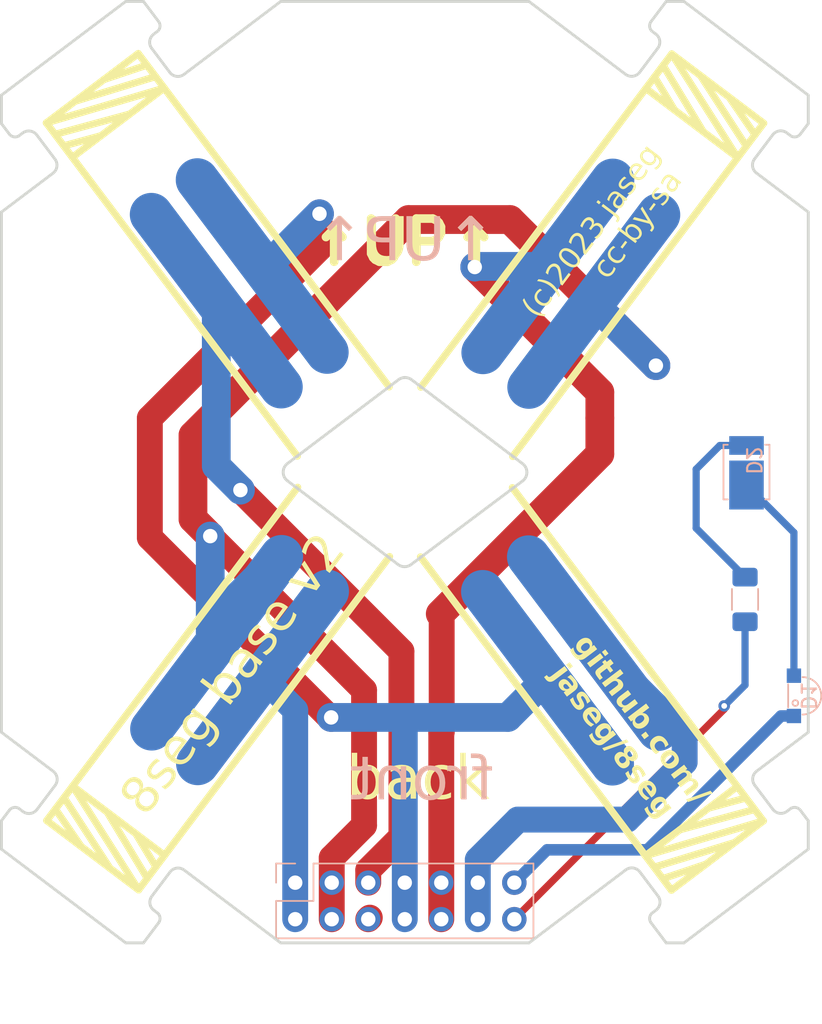
<source format=kicad_pcb>
(kicad_pcb (version 20221018) (generator pcbnew)

  (general
    (thickness 1.6)
  )

  (paper "A4")
  (layers
    (0 "F.Cu" signal)
    (31 "B.Cu" signal)
    (32 "B.Adhes" user "B.Adhesive")
    (33 "F.Adhes" user "F.Adhesive")
    (34 "B.Paste" user)
    (35 "F.Paste" user)
    (36 "B.SilkS" user "B.Silkscreen")
    (37 "F.SilkS" user "F.Silkscreen")
    (38 "B.Mask" user)
    (39 "F.Mask" user)
    (40 "Dwgs.User" user "User.Drawings")
    (41 "Cmts.User" user "User.Comments")
    (42 "Eco1.User" user "User.Eco1")
    (43 "Eco2.User" user "User.Eco2")
    (44 "Edge.Cuts" user)
    (45 "Margin" user)
    (46 "B.CrtYd" user "B.Courtyard")
    (47 "F.CrtYd" user "F.Courtyard")
    (48 "B.Fab" user)
    (49 "F.Fab" user)
  )

  (setup
    (stackup
      (layer "F.SilkS" (type "Top Silk Screen"))
      (layer "F.Paste" (type "Top Solder Paste"))
      (layer "F.Mask" (type "Top Solder Mask") (thickness 0.01))
      (layer "F.Cu" (type "copper") (thickness 0.035))
      (layer "dielectric 1" (type "core") (thickness 1.51) (material "FR4") (epsilon_r 4.5) (loss_tangent 0.02))
      (layer "B.Cu" (type "copper") (thickness 0.035))
      (layer "B.Mask" (type "Bottom Solder Mask") (thickness 0.01))
      (layer "B.Paste" (type "Bottom Solder Paste"))
      (layer "B.SilkS" (type "Bottom Silk Screen"))
      (copper_finish "None")
      (dielectric_constraints no)
    )
    (pad_to_mask_clearance 0)
    (pcbplotparams
      (layerselection 0x00010fc_ffffffff)
      (plot_on_all_layers_selection 0x0000000_00000000)
      (disableapertmacros false)
      (usegerberextensions false)
      (usegerberattributes false)
      (usegerberadvancedattributes false)
      (creategerberjobfile false)
      (dashed_line_dash_ratio 12.000000)
      (dashed_line_gap_ratio 3.000000)
      (svgprecision 6)
      (plotframeref false)
      (viasonmask false)
      (mode 1)
      (useauxorigin false)
      (hpglpennumber 1)
      (hpglpenspeed 20)
      (hpglpendiameter 15.000000)
      (dxfpolygonmode true)
      (dxfimperialunits true)
      (dxfusepcbnewfont true)
      (psnegative false)
      (psa4output false)
      (plotreference true)
      (plotvalue true)
      (plotinvisibletext false)
      (sketchpadsonfab false)
      (subtractmaskfromsilk false)
      (outputformat 1)
      (mirror false)
      (drillshape 0)
      (scaleselection 1)
      (outputdirectory "gerber")
    )
  )

  (net 0 "")
  (net 1 "/C1")
  (net 2 "/C2")
  (net 3 "Net-(D2-A)")
  (net 4 "Net-(D1-K)")
  (net 5 "Net-(J5-Pin_14)")
  (net 6 "Net-(D1-A)")
  (net 7 "/Q2")
  (net 8 "/Q0")
  (net 9 "/Q3")
  (net 10 "/Q1")

  (footprint "center:led_tape_3528_2835" (layer "F.Cu") (at 199.675 126.6 -143))

  (footprint "center:led_tape_3528_2835" (layer "F.Cu") (at 156.225 126.575 143))

  (footprint "center:led_tape_3528_2835" (layer "F.Cu") (at 199.7 73.3 -37))

  (footprint "center:led_tape_3528_2835" (layer "F.Cu") (at 156.2 73.275 37))

  (footprint "MountingHole:MountingHole_3.2mm_M3" (layer "F.Cu") (at 177.94 73.471895))

  (footprint "Connector_PinHeader_2.54mm:PinHeader_2x07_P2.54mm_Vertical" (layer "B.Cu") (at 170.312015 128.482991 -90))

  (footprint "Resistor_SMD:R_1206_3216Metric_Pad1.30x1.75mm_HandSolder" (layer "B.Cu") (at 201.6 108.8 -90))

  (footprint "footprints:LED_2835" (layer "B.Cu") (at 201.7 99.15 90))

  (footprint "footprints:Everlight_IR12-21C" (layer "B.Cu") (at 205.5 115.5 90))

  (gr_line (start 205.95 109.225) (end 205.95 86.725)
    (stroke (width 0.1) (type solid)) (layer "Dwgs.User") (tstamp 00452949-3f6a-4757-b83b-e5da814ffed4))
  (gr_line (start 169.45 99.975) (end 186.475 99.975)
    (stroke (width 0.1) (type solid)) (layer "Dwgs.User") (tstamp 8d6b04c1-5265-40e1-b6fd-a7ed49b5d7ff))
  (gr_line (start 177.95 93.35) (end 177.95 106.55)
    (stroke (width 0.1) (type solid)) (layer "Dwgs.User") (tstamp b583db7a-dd4b-42ae-9612-a8c96d137454))
  (gr_line (start 195.063097 131.271699) (end 196.115747 132.669029)
    (stroke (width 0.2) (type solid)) (layer "Edge.Cuts") (tstamp 04efd217-d32d-43ca-8584-c988f02d860c))
  (gr_line (start 205.995762 126.154695) (end 205.995762 124.179621)
    (stroke (width 0.2) (type solid)) (layer "Edge.Cuts") (tstamp 0cfffb62-7143-47fc-b785-31d01f7c1dbf))
  (gr_line (start 152.336511 76.522584) (end 153.6 78.2)
    (stroke (width 0.2) (type solid)) (layer "Edge.Cuts") (tstamp 11f3c557-bb5a-41a3-9017-fc1134ff5ac9))
  (gr_line (start 205.995767 73.757894) (end 197.350819 67.243046)
    (stroke (width 0.2) (type solid)) (layer "Edge.Cuts") (tstamp 126903cc-5693-4205-8d17-6a71a23c5b18))
  (gr_curve (pts (xy 161.605196 127.744259) (xy 161.83858 127.434551) (xy 162.275787 127.373419) (xy 162.585498 127.606799))
    (stroke (width 0.2) (type solid)) (layer "Edge.Cuts") (tstamp 14c11c4b-d836-4450-819a-98c99e7e1146))
  (gr_line (start 169.771105 99.357362) (end 177.497766 93.529296)
    (stroke (width 0.2) (type solid)) (layer "Edge.Cuts") (tstamp 186ad972-defa-4eef-80df-27e6b4996a5a))
  (gr_line (start 169.303435 67.243046) (end 162.572579 72.315087)
    (stroke (width 0.2) (type solid)) (layer "Edge.Cuts") (tstamp 18a40f80-f7cc-45a5-938b-c7064261c9c4))
  (gr_curve (pts (xy 195.394344 69.510091) (xy 195.704054 69.743475) (xy 195.765705 70.180683) (xy 195.532321 70.490393))
    (stroke (width 0.2) (type solid)) (layer "Edge.Cuts") (tstamp 18e7c045-74b4-4b86-911f-3d88a8afa9fa))
  (gr_line (start 186.570077 67.243046) (end 169.303435 67.243046)
    (stroke (width 0.2) (type solid)) (layer "Edge.Cuts") (tstamp 1ca53f3a-f1fa-4b53-a961-61b9836721f6))
  (gr_curve (pts (xy 177.909627 93.378918) (xy 178.086388 93.369361) (xy 178.260832 93.422628) (xy 178.402104 93.529296))
    (stroke (width 0.2) (type solid)) (layer "Edge.Cuts") (tstamp 1e74755d-8214-45e4-a138-d969010b8a1c))
  (gr_curve (pts (xy 195.113227 130.613859) (xy 194.933713 130.789447) (xy 194.912263 131.070937) (xy 195.063097 131.271699))
    (stroke (width 0.2) (type solid)) (layer "Edge.Cuts") (tstamp 1eabf6ac-d56e-409b-baf8-1a2d7865a37e))
  (gr_line (start 196.115747 132.669029) (end 197.350814 132.669029)
    (stroke (width 0.2) (type solid)) (layer "Edge.Cuts") (tstamp 21b080ab-75fe-49a8-97e3-7a8af43bf759))
  (gr_line (start 150.428101 123.4484) (end 149.877747 124.178588)
    (stroke (width 0.2) (type solid)) (layer "Edge.Cuts") (tstamp 26330481-ef67-40d2-88c5-789b971cbaa5))
  (gr_line (start 186.126714 100.568659) (end 178.36853 106.37709)
    (stroke (width 0.2) (type solid)) (layer "Edge.Cuts") (tstamp 348fad4a-8466-416c-9c2a-1cc1dfccf090))
  (gr_curve (pts (xy 160.810413 131.271699) (xy 160.960909 131.071382) (xy 160.939924 130.79061) (xy 160.761323 130.614889))
    (stroke (width 0.2) (type solid)) (layer "Edge.Cuts") (tstamp 35ebd2b6-1bc6-412d-b25c-574ac940eaa2))
  (gr_curve (pts (xy 204.799459 76.597514) (xy 205.017844 76.721392) (xy 205.294229 76.664125) (xy 205.445413 76.463672))
    (stroke (width 0.2) (type solid)) (layer "Edge.Cuts") (tstamp 38834709-2352-446a-ac65-b1a633cc0004))
  (gr_curve (pts (xy 195.063102 68.640377) (xy 194.912608 68.840694) (xy 194.933593 69.121464) (xy 195.112192 69.297184))
    (stroke (width 0.2) (type solid)) (layer "Edge.Cuts") (tstamp 3f01a246-c31a-4579-bd3b-dd664af63a55))
  (gr_curve (pts (xy 151.355693 76.385122) (xy 151.665404 76.151739) (xy 152.103129 76.212871) (xy 152.336511 76.522584))
    (stroke (width 0.2) (type solid)) (layer "Edge.Cuts") (tstamp 3fba8138-a699-4e0f-a961-a82dc289d954))
  (gr_curve (pts (xy 152.349431 123.398791) (xy 152.116047 123.708501) (xy 151.678323 123.770151) (xy 151.368612 123.536767))
    (stroke (width 0.2) (type solid)) (layer "Edge.Cuts") (tstamp 400021ba-d6e8-4b66-948d-db273b5553c8))
  (gr_line (start 158.523731 132.669029) (end 159.757247 132.669029)
    (stroke (width 0.2) (type solid)) (layer "Edge.Cuts") (tstamp 4722eeb0-4d17-42da-ad73-50ebd7e0414a))
  (gr_curve (pts (xy 204.517823 123.526948) (xy 204.20811 123.760332) (xy 203.770904 123.698683) (xy 203.537521 123.388972))
    (stroke (width 0.2) (type solid)) (layer "Edge.Cuts") (tstamp 48023b20-a82d-4c06-bc1a-7ba8dedcd436))
  (gr_curve (pts (xy 169.771105 100.554706) (xy 169.583317 100.41296) (xy 169.47292 100.191314) (xy 169.47292 99.956034))
    (stroke (width 0.2) (type solid)) (layer "Edge.Cuts") (tstamp 4afa8961-4c21-4ba1-a310-ab0e39182909))
  (gr_line (start 169.303435 132.669029) (end 186.570596 132.669029)
    (stroke (width 0.2) (type solid)) (layer "Edge.Cuts") (tstamp 4b0b1f85-0197-4466-8d45-1186a25d2278))
  (gr_curve (pts (xy 150.428618 76.463672) (xy 150.579297 76.663358) (xy 150.854355 76.720974) (xy 151.072506 76.598546))
    (stroke (width 0.2) (type solid)) (layer "Edge.Cuts") (tstamp 4c88563c-0d3a-4f98-b03e-46a03e3d147d))
  (gr_line (start 153.462541 79.180302) (end 149.877747 81.881428)
    (stroke (width 0.2) (type solid)) (layer "Edge.Cuts") (tstamp 4e8190bd-f0f5-4187-8363-1bf6c1d512f4))
  (gr_curve (pts (xy 202.273513 121.712072) (xy 202.04013 121.402361) (xy 202.10178 120.965154) (xy 202.411491 120.73177))
    (stroke (width 0.2) (type solid)) (layer "Edge.Cuts") (tstamp 50c3136d-4e28-4dc9-b459-08f4ccd6792d))
  (gr_line (start 160.466248 69.51991) (end 160.76132 69.297702)
    (stroke (width 0.2) (type solid)) (layer "Edge.Cuts") (tstamp 50f395ba-5d7f-4cee-9d8e-327ac93b9fe4))
  (gr_line (start 160.341708 129.421679) (end 161.605196 127.744259)
    (stroke (width 0.2) (type solid)) (layer "Edge.Cuts") (tstamp 53f5184b-91a3-4902-b7f6-0d40cd33d9f4))
  (gr_line (start 160.761323 130.614889) (end 160.479167 130.401979)
    (stroke (width 0.2) (type solid)) (layer "Edge.Cuts") (tstamp 5406538e-1866-4f17-a174-0ebe67decea0))
  (gr_line (start 195.407267 130.392159) (end 195.113227 130.613859)
    (stroke (width 0.2) (type solid)) (layer "Edge.Cuts") (tstamp 57618f7c-d8ba-425d-90be-e98a8c8ff574))
  (gr_line (start 161.592277 72.177112) (end 160.328789 70.500212)
    (stroke (width 0.2) (type solid)) (layer "Edge.Cuts") (tstamp 57a3b57c-3d16-43de-a9e9-756120baf567))
  (gr_line (start 153.612919 121.72189) (end 152.349431 123.398791)
    (stroke (width 0.2) (type solid)) (layer "Edge.Cuts") (tstamp 5afad60c-44fb-41a1-bd60-0427c477efc4))
  (gr_line (start 205.995767 81.881428) (end 202.398571 79.170484)
    (stroke (width 0.2) (type solid)) (layer "Edge.Cuts") (tstamp 5b27d08f-3f5a-4255-bbe7-956f47e15bb1))
  (gr_line (start 193.288015 72.305268) (end 186.570077 67.243046)
    (stroke (width 0.2) (type solid)) (layer "Edge.Cuts") (tstamp 5c399808-91a1-4ee1-b46b-9843aabe7b5d))
  (gr_line (start 204.799975 123.314558) (end 204.517823 123.526948)
    (stroke (width 0.2) (type solid)) (layer "Edge.Cuts") (tstamp 6509f08b-c7ed-4a46-ad0a-d1f4acfcd92f))
  (gr_line (start 205.995762 124.179621) (end 205.444891 123.4484)
    (stroke (width 0.2) (type solid)) (layer "Edge.Cuts") (tstamp 68f13e96-0a45-4200-93b2-fd81be5966a8))
  (gr_line (start 197.350819 67.243046) (end 196.116784 67.243046)
    (stroke (width 0.2) (type solid)) (layer "Edge.Cuts") (tstamp 6bcfa47d-fbff-49e6-9975-64d9051816b0))
  (gr_line (start 177.909627 93.378918) (end 177.909627 93.378918)
    (stroke (width 0.2) (type solid)) (layer "Edge.Cuts") (tstamp 6d2e2812-1bf4-4037-8f74-6f222ff174d4))
  (gr_curve (pts (xy 204.504903 76.375306) (xy 204.504903 76.375306) (xy 204.799459 76.597514) (xy 204.799459 76.597514))
    (stroke (width 0.2) (type solid)) (layer "Edge.Cuts") (tstamp 6e8910b1-8a6b-4d7f-a062-3ac70e8b7695))
  (gr_line (start 195.112192 69.297184) (end 195.394344 69.510091)
    (stroke (width 0.2) (type solid)) (layer "Edge.Cuts") (tstamp 6f1efeca-ba61-4a4f-a111-a62d684129c5))
  (gr_line (start 159.757761 67.243046) (end 158.522697 67.243046)
    (stroke (width 0.2) (type solid)) (layer "Edge.Cuts") (tstamp 75eb5fd3-397f-4ad4-8d25-6b99d25a02ad))
  (gr_line (start 186.570596 132.669029) (end 193.300933 127.596989)
    (stroke (width 0.2) (type solid)) (layer "Edge.Cuts") (tstamp 7700163a-af51-4234-af45-f5b77fb360a5))
  (gr_curve (pts (xy 151.368612 123.536767) (xy 151.368612 123.536767) (xy 151.073023 123.314041) (xy 151.073023 123.314041))
    (stroke (width 0.2) (type solid)) (layer "Edge.Cuts") (tstamp 77995224-887c-41d8-b339-c869b3bff00e))
  (gr_curve (pts (xy 205.444891 123.4484) (xy 205.293812 123.248513) (xy 205.018119 123.191297) (xy 204.799975 123.314558))
    (stroke (width 0.2) (type solid)) (layer "Edge.Cuts") (tstamp 7f5e8f98-90e6-462b-9be2-1a8b0cc74dbb))
  (gr_line (start 149.877747 124.178588) (end 149.877747 126.154178)
    (stroke (width 0.2) (type solid)) (layer "Edge.Cuts") (tstamp 80dd6165-680d-4d0d-9876-be8f42e1ea13))
  (gr_curve (pts (xy 178.36853 106.37709) (xy 178.100481 106.57699) (xy 177.732482 106.575318) (xy 177.466261 106.37299))
    (stroke (width 0.2) (type solid)) (layer "Edge.Cuts") (tstamp 8244b9b3-6246-411a-a373-287525178d25))
  (gr_curve (pts (xy 177.466261 106.37299) (xy 177.466261 106.37299) (xy 169.771105 100.554706) (xy 169.771105 100.554706))
    (stroke (width 0.2) (type solid)) (layer "Edge.Cuts") (tstamp 8d5c7d1c-7632-4bda-900c-4e252e2169fd))
  (gr_line (start 195.532321 70.490393) (end 194.268314 72.167809)
    (stroke (width 0.2) (type solid)) (layer "Edge.Cuts") (tstamp 9031fcdc-7ce9-4895-bc64-671ee3b3f21f))
  (gr_curve (pts (xy 153.6 78.2) (xy 153.833384 78.50971) (xy 153.772252 78.946919) (xy 153.462541 79.180302))
    (stroke (width 0.2) (type solid)) (layer "Edge.Cuts") (tstamp 99a651ed-c501-4d00-a3cd-0181fbc3ce9e))
  (gr_line (start 196.116784 67.243046) (end 195.063102 68.640377)
    (stroke (width 0.2) (type solid)) (layer "Edge.Cuts") (tstamp 9b83737e-d28e-4315-9c7c-6776e3dd6d3e))
  (gr_curve (pts (xy 160.76132 69.297702) (xy 160.940512 69.12184) (xy 160.961516 68.84037) (xy 160.81041 68.63986))
    (stroke (width 0.2) (type solid)) (layer "Edge.Cuts") (tstamp 9b9649fc-1fb2-4d51-8eed-25bea1786091))
  (gr_line (start 203.537521 123.388972) (end 202.273513 121.712072)
    (stroke (width 0.2) (type solid)) (layer "Edge.Cuts") (tstamp 9d072af7-536b-4653-bf20-2b8cbc8a772e))
  (gr_line (start 205.445413 76.463672) (end 205.995767 75.733483)
    (stroke (width 0.2) (type solid)) (layer "Edge.Cuts") (tstamp 9e73450f-860e-4d29-8bab-93b1b36f7fdf))
  (gr_line (start 149.877747 118.030643) (end 153.47546 120.741589)
    (stroke (width 0.2) (type solid)) (layer "Edge.Cuts") (tstamp a153a946-cbf8-4474-9b99-4103b7898ffe))
  (gr_line (start 162.585498 127.606799) (end 169.303435 132.669029)
    (stroke (width 0.2) (type solid)) (layer "Edge.Cuts") (tstamp a186c7d2-6904-421e-87c9-de31cba0ca8c))
  (gr_curve (pts (xy 151.073023 123.314041) (xy 150.854754 123.190888) (xy 150.579032 123.24833) (xy 150.428101 123.4484))
    (stroke (width 0.2) (type solid)) (layer "Edge.Cuts") (tstamp a26481dd-1d05-4e1e-9baf-74b99c399007))
  (gr_line (start 205.995767 75.733483) (end 205.995767 73.757894)
    (stroke (width 0.2) (type solid)) (layer "Edge.Cuts") (tstamp af5cbfde-0bf5-4dfd-86db-1ddb0d9a8509))
  (gr_curve (pts (xy 149.877747 75.732451) (xy 149.877747 75.732451) (xy 150.428618 76.463672) (xy 150.428618 76.463672))
    (stroke (width 0.2) (type solid)) (layer "Edge.Cuts") (tstamp b4b2300e-0d34-41cc-a72b-e22de988a4b7))
  (gr_line (start 202.260597 78.190181) (end 203.524601 76.513281)
    (stroke (width 0.2) (type solid)) (layer "Edge.Cuts") (tstamp b7392627-b342-456a-a419-9a989099bfd3))
  (gr_curve (pts (xy 202.398571 79.170484) (xy 202.088861 78.9371) (xy 202.02721 78.499892) (xy 202.260597 78.190181))
    (stroke (width 0.2) (type solid)) (layer "Edge.Cuts") (tstamp b757359e-bae5-4d2f-8e45-198f6ac3f460))
  (gr_line (start 194.281237 127.734439) (end 195.545244 129.411859)
    (stroke (width 0.2) (type solid)) (layer "Edge.Cuts") (tstamp bf2a7eaa-9bb2-4e69-8f91-210fc0b3c77c))
  (gr_curve (pts (xy 186.428075 99.969853) (xy 186.427367 100.205738) (xy 186.315736 100.427548) (xy 186.126714 100.568659))
    (stroke (width 0.2) (type solid)) (layer "Edge.Cuts") (tstamp bf6c6f84-dceb-4d40-84e0-0ded20796c00))
  (gr_curve (pts (xy 194.268314 72.167809) (xy 194.034931 72.47752) (xy 193.597725 72.538652) (xy 193.288015 72.305268))
    (stroke (width 0.2) (type solid)) (layer "Edge.Cuts") (tstamp c3f99283-03f0-421e-9a9e-312784858a5e))
  (gr_line (start 151.072506 76.598546) (end 151.355693 76.385122)
    (stroke (width 0.2) (type solid)) (layer "Edge.Cuts") (tstamp c4995ea9-0c62-4538-bbcb-e5e92d296aa0))
  (gr_curve (pts (xy 169.47292 99.956034) (xy 169.47292 99.720754) (xy 169.583317 99.499109) (xy 169.771105 99.357362))
    (stroke (width 0.2) (type solid)) (layer "Edge.Cuts") (tstamp c5989ff8-fdb0-4d81-8d63-707ec54ad1c2))
  (gr_line (start 149.877747 126.154178) (end 158.523731 132.669029)
    (stroke (width 0.2) (type solid)) (layer "Edge.Cuts") (tstamp cbf13893-d950-4e62-bcd5-1b3095883fe7))
  (gr_curve (pts (xy 153.47546 120.741589) (xy 153.785171 120.974972) (xy 153.846303 121.412179) (xy 153.612919 121.72189))
    (stroke (width 0.2) (type solid)) (layer "Edge.Cuts") (tstamp cd9416df-8d60-4333-afa7-2c09fef22cd9))
  (gr_curve (pts (xy 186.130314 99.369248) (xy 186.318486 99.511492) (xy 186.428783 99.733969) (xy 186.428075 99.969853))
    (stroke (width 0.2) (type solid)) (layer "Edge.Cuts") (tstamp cea703cf-69a6-4910-ae84-d4b2432aa561))
  (gr_line (start 149.877747 73.757894) (end 149.877747 75.732451)
    (stroke (width 0.2) (type solid)) (layer "Edge.Cuts") (tstamp cfc26a1b-2e36-4b2e-81a9-0a62cced8290))
  (gr_curve (pts (xy 195.545244 129.411859) (xy 195.778628 129.721569) (xy 195.716977 130.158779) (xy 195.407267 130.392159))
    (stroke (width 0.2) (type solid)) (layer "Edge.Cuts") (tstamp d0e9574e-d03e-4838-919b-9f01d3758f18))
  (gr_curve (pts (xy 160.328789 70.500212) (xy 160.095405 70.190501) (xy 160.156537 69.753293) (xy 160.466248 69.51991))
    (stroke (width 0.2) (type solid)) (layer "Edge.Cuts") (tstamp d405ec10-a269-4c33-adca-278336c3284e))
  (gr_line (start 202.411491 120.73177) (end 205.995767 118.030643)
    (stroke (width 0.2) (type solid)) (layer "Edge.Cuts") (tstamp d971f234-c645-48e1-96ca-ff0c1bc722e3))
  (gr_curve (pts (xy 203.524601 76.513281) (xy 203.757985 76.20357) (xy 204.195193 76.141917) (xy 204.504903 76.375306))
    (stroke (width 0.2) (type solid)) (layer "Edge.Cuts") (tstamp db5faa69-d0af-43c2-a67f-567c0883b564))
  (gr_curve (pts (xy 162.572579 72.315087) (xy 162.26287 72.548471) (xy 161.825661 72.486823) (xy 161.592277 72.177112))
    (stroke (width 0.2) (type solid)) (layer "Edge.Cuts") (tstamp e1b3edb0-034f-4350-8b9f-b1fad5345c9e))
  (gr_line (start 158.522697 67.243046) (end 149.877747 73.757894)
    (stroke (width 0.2) (type solid)) (layer "Edge.Cuts") (tstamp e578b2e0-d167-4792-b668-444fe9aa537d))
  (gr_curve (pts (xy 160.479167 130.401979) (xy 160.169456 130.168599) (xy 160.108324 129.731389) (xy 160.341708 129.421679))
    (stroke (width 0.2) (type solid)) (layer "Edge.Cuts") (tstamp e703be12-ca82-4d58-b324-d44405cdfab1))
  (gr_line (start 160.81041 68.63986) (end 159.757761 67.243046)
    (stroke (width 0.2) (type solid)) (layer "Edge.Cuts") (tstamp e76d77b2-d760-4b0c-9146-853d28f6ff4f))
  (gr_curve (pts (xy 193.300933 127.596989) (xy 193.610648 127.3636) (xy 194.047853 127.424732) (xy 194.281237 127.734439))
    (stroke (width 0.2) (type solid)) (layer "Edge.Cuts") (tstamp e85c3198-76d5-4cf3-893b-18be75ef853b))
  (gr_line (start 205.995767 118.030643) (end 205.995767 81.881428)
    (stroke (width 0.2) (type solid)) (layer "Edge.Cuts") (tstamp ef2ee061-71f9-4a8e-8611-22a1216e3caa))
  (gr_line (start 178.402104 93.529296) (end 186.130314 99.369248)
    (stroke (width 0.2) (type solid)) (layer "Edge.Cuts") (tstamp f17250c9-5149-4bcf-86a5-1b08f69430ce))
  (gr_line (start 149.877747 81.881428) (end 149.877747 118.030643)
    (stroke (width 0.2) (type solid)) (layer "Edge.Cuts") (tstamp f2a1f5b8-a7d3-4201-a797-b57470ef0d25))
  (gr_line (start 197.350814 132.669029) (end 205.995762 126.154695)
    (stroke (width 0.2) (type solid)) (layer "Edge.Cuts") (tstamp f4a69e8a-89bd-44ff-970f-a206bee177a2))
  (gr_curve (pts (xy 177.497766 93.529296) (xy 177.61701 93.439268) (xy 177.760427 93.386904) (xy 177.909627 93.378918))
    (stroke (width 0.2) (type solid)) (layer "Edge.Cuts") (tstamp fb41711d-128e-4767-b7cb-02764255fff7))
  (gr_curve (pts (xy 159.757247 132.669029) (xy 159.757247 132.669029) (xy 160.810413 131.271699) (xy 160.810413 131.271699))
    (stroke (width 0.2) (type solid)) (layer "Edge.Cuts") (tstamp fc051803-fc31-41b1-8afb-85315da3269f))
  (gr_text locked "↑UP↑" (at 177.95 83.975) (layer "B.SilkS") (tstamp 00000000-0000-0000-0000-00005c2a4e04)
    (effects (font (face "Fira Sans") (size 3 3) (thickness 0.6)) (justify mirror))
    (render_cache "↑UP↑" 0
      (polygon
        (pts
          (xy 182.635798 85.22)          (xy 182.25771 85.22)          (xy 182.25771 82.947808)          (xy 182.237197 82.981378)
          (xy 182.216019 83.013735)          (xy 182.194128 83.044981)          (xy 182.171478 83.075217)          (xy 182.148021 83.104546)
          (xy 182.123711 83.133068)          (xy 182.0985 83.160884)          (xy 182.072341 83.188097)          (xy 182.045187 83.214808)
          (xy 182.016991 83.241118)          (xy 181.997591 83.258485)          (xy 181.363048 83.84247)          (xy 181.132239 83.586748)
          (xy 182.446754 82.406322)          (xy 183.761269 83.586748)          (xy 183.530459 83.84247)          (xy 182.895916 83.258485)
          (xy 182.866982 83.232386)          (xy 182.839093 83.205954)          (xy 182.812214 83.179087)          (xy 182.786307 83.151684)
          (xy 182.761338 83.123644)          (xy 182.73727 83.094864)          (xy 182.714066 83.065244)          (xy 182.691691 83.034682)
          (xy 182.670108 83.003077)          (xy 182.64928 82.970328)          (xy 182.635798 82.947808)
        )
      )
      (polygon
        (pts
          (xy 178.156628 82.312533)          (xy 178.559629 82.312533)          (xy 178.559629 84.256461)          (xy 178.560207 84.298109)
          (xy 178.561944 84.338422)          (xy 178.564844 84.377402)          (xy 178.568911 84.415049)          (xy 178.574149 84.451363)
          (xy 178.580562 84.486347)          (xy 178.588154 84.52)          (xy 178.596929 84.552324)          (xy 178.606891 84.583318)
          (xy 178.618045 84.612985)          (xy 178.630393 84.641325)          (xy 178.643941 84.668338)          (xy 178.658692 84.694026)
          (xy 178.69182 84.741427)          (xy 178.729808 84.783537)          (xy 178.77269 84.82036)          (xy 178.820498 84.851903)
          (xy 178.873263 84.878173)          (xy 178.901515 84.889333)          (xy 178.931019 84.899177)          (xy 178.961778 84.907705)
          (xy 178.993796 84.914919)          (xy 179.027078 84.92082)          (xy 179.061628 84.925408)          (xy 179.097449 84.928684)
          (xy 179.134546 84.93065)          (xy 179.172922 84.931304)          (xy 179.2109 84.93065)          (xy 179.247622 84.928684)
          (xy 179.283093 84.925408)          (xy 179.317316 84.92082)          (xy 179.350293 84.914919)          (xy 179.382029 84.907705)
          (xy 179.412526 84.899177)          (xy 179.441788 84.889333)          (xy 179.469818 84.878173)          (xy 179.496618 84.865697)
          (xy 179.546545 84.836791)          (xy 179.591595 84.802609)          (xy 179.631794 84.763143)          (xy 179.667166 84.718388)
          (xy 179.697739 84.668338)          (xy 179.711234 84.641325)          (xy 179.723538 84.612985)          (xy 179.734655 84.583318)
          (xy 179.744588 84.552324)          (xy 179.753341 84.52)          (xy 179.760916 84.486347)          (xy 179.767316 84.451363)
          (xy 179.772546 84.415049)          (xy 179.776608 84.377402)          (xy 179.779506 84.338422)          (xy 179.781242 84.298109)
          (xy 179.78182 84.256461)          (xy 179.78182 82.312533)          (xy 180.181157 82.312533)          (xy 180.181157 84.286503)
          (xy 180.180136 84.340116)          (xy 180.177079 84.392665)          (xy 180.171992 84.444108)          (xy 180.164882 84.494404)
          (xy 180.155757 84.54351)          (xy 180.144623 84.591386)          (xy 180.131487 84.637988)          (xy 180.116356 84.683276)
          (xy 180.099238 84.727207)          (xy 180.080138 84.769739)          (xy 180.059065 84.810831)          (xy 180.036025 84.850441)
          (xy 180.011025 84.888527)          (xy 179.984072 84.925046)          (xy 179.955173 84.959958)          (xy 179.924336 84.99322)
          (xy 179.891566 85.02479)          (xy 179.856871 85.054628)          (xy 179.820258 85.082689)          (xy 179.781734 85.108934)
          (xy 179.741306 85.133319)          (xy 179.698981 85.155804)          (xy 179.654765 85.176346)          (xy 179.608667 85.194904)
          (xy 179.560692 85.211434)          (xy 179.510848 85.225897)          (xy 179.459142 85.23825)          (xy 179.405581 85.24845)
          (xy 179.350171 85.256457)          (xy 179.29292 85.262227)          (xy 179.233835 85.26572)          (xy 179.172922 85.266894)
          (xy 179.112696 85.26572)          (xy 179.054162 85.262227)          (xy 178.997336 85.256457)          (xy 178.942232 85.24845)
          (xy 178.888863 85.23825)          (xy 178.837246 85.225897)          (xy 178.787393 85.211434)          (xy 178.739319 85.194904)
          (xy 178.693039 85.176346)          (xy 178.648566 85.155804)          (xy 178.605916 85.133319)          (xy 178.565103 85.108934)
          (xy 178.52614 85.082689)          (xy 178.489043 85.054628)          (xy 178.453825 85.02479)          (xy 178.420502 84.99322)
          (xy 178.389087 84.959958)          (xy 178.359594 84.925046)          (xy 178.332039 84.888527)          (xy 178.306435 84.850441)
          (xy 178.282797 84.810831)          (xy 178.261139 84.769739)          (xy 178.241476 84.727207)          (xy 178.223821 84.683276)
          (xy 178.20819 84.637988)          (xy 178.194597 84.591386)          (xy 178.183055 84.54351)          (xy 178.173579 84.494404)
          (xy 178.166185 84.444108)          (xy 178.160885 84.392665)          (xy 178.157695 84.340116)          (xy 178.156628 84.286503)
        )
      )
      (polygon
        (pts
          (xy 176.600313 82.312533)          (xy 177.360152 82.312533)          (xy 177.360152 85.22)          (xy 176.961548 85.22)
          (xy 176.961548 84.141423)          (xy 176.595916 84.141423)          (xy 176.536547 84.140621)          (xy 176.478145 84.1382)
          (xy 176.420768 84.134139)          (xy 176.364478 84.128417)          (xy 176.309336 84.121012)          (xy 176.2554 84.111902)
          (xy 176.202731 84.101066)          (xy 176.15139 84.088483)          (xy 176.101437 84.074132)          (xy 176.052932 84.057989)
          (xy 176.005936 84.040035)          (xy 175.960507 84.020248)          (xy 175.916708 83.998606)          (xy 175.874598 83.975088)
          (xy 175.834237 83.949672)          (xy 175.795685 83.922337)          (xy 175.759003 83.893062)          (xy 175.724251 83.861824)
          (xy 175.69149 83.828603)          (xy 175.660779 83.793377)          (xy 175.632178 83.756125)          (xy 175.605749 83.716824)
          (xy 175.58155 83.675454)          (xy 175.559643 83.631994)          (xy 175.540088 83.586421)          (xy 175.522945 83.538714)
          (xy 175.508274 83.488852)          (xy 175.496135 83.436813)          (xy 175.486589 83.382576)          (xy 175.479696 83.326119)
          (xy 175.475516 83.267422)          (xy 175.474109 83.206461)          (xy 175.47536 83.150389)          (xy 175.479093 83.0962)
          (xy 175.485279 83.043886)          (xy 175.49389 82.993441)          (xy 175.504894 82.944858)          (xy 175.518265 82.898131)
          (xy 175.533971 82.853252)          (xy 175.551984 82.810216)          (xy 175.572275 82.769015)          (xy 175.594814 82.729642)
          (xy 175.619572 82.692092)          (xy 175.64652 82.656357)          (xy 175.675629 82.62243)          (xy 175.706869 82.590306)
          (xy 175.740211 82.559976)          (xy 175.775627 82.531435)          (xy 175.813085 82.504676)          (xy 175.852558 82.479692)
          (xy 175.894017 82.456476)          (xy 175.937431 82.435021)          (xy 175.982772 82.415322)          (xy 176.03001 82.397371)
          (xy 176.079116 82.381161)          (xy 176.130061 82.366686)          (xy 176.182816 82.353939)          (xy 176.237351 82.342913)
          (xy 176.293637 82.333602)          (xy 176.351646 82.325999)          (xy 176.411347 82.320098)          (xy 176.472711 82.31589)
          (xy 176.535709 82.313371)
        )
          (pts
            (xy 176.612769 83.827083)            (xy 176.961548 83.827083)            (xy 176.961548 82.623942)            (xy 176.603976 82.623942)
            (xy 176.564303 82.624399)            (xy 176.525534 82.625784)            (xy 176.487691 82.62812)            (xy 176.450799 82.63143)
            (xy 176.41488 82.635736)            (xy 176.379958 82.64106)            (xy 176.346056 82.647425)            (xy 176.313197 82.654854)
            (xy 176.281406 82.66337)            (xy 176.250705 82.672994)            (xy 176.221117 82.683749)            (xy 176.192666 82.695658)
            (xy 176.165376 82.708744)            (xy 176.139269 82.723028)            (xy 176.114369 82.738534)            (xy 176.068284 82.7733)
            (xy 176.027307 82.813223)            (xy 175.991624 82.858482)            (xy 175.961423 82.909258)            (xy 175.948436 82.936772)
            (xy 175.93689 82.965732)            (xy 175.926807 82.996161)            (xy 175.918212 83.028083)            (xy 175.911127 83.061519)
            (xy 175.905576 83.096492)            (xy 175.901582 83.133024)            (xy 175.899168 83.171139)            (xy 175.898359 83.210858)
            (xy 175.899191 83.255754)            (xy 175.901673 83.29856)            (xy 175.905776 83.339319)            (xy 175.911475 83.378076)
            (xy 175.918744 83.414873)            (xy 175.927556 83.449754)            (xy 175.937886 83.482764)            (xy 175.949707 83.513944)
            (xy 175.962993 83.54334)            (xy 175.977718 83.570994)            (xy 175.993856 83.596951)            (xy 176.011381 83.621253)
            (xy 176.030266 83.643945)            (xy 176.072012 83.684672)            (xy 176.118887 83.719479)            (xy 176.144181 83.734773)
            (xy 176.17068 83.748717)            (xy 176.198355 83.761356)            (xy 176.227182 83.772733)            (xy 176.257134 83.782893)
            (xy 176.288184 83.791877)            (xy 176.320307 83.799731)            (xy 176.353477 83.806498)            (xy 176.387667 83.812221)
            (xy 176.422851 83.816943)            (xy 176.459003 83.82071)            (xy 176.496097 83.823563)            (xy 176.534107 83.825547)
            (xy 176.573006 83.826706)
          )
      )
      (polygon
        (pts
          (xy 173.640822 85.22)          (xy 173.262734 85.22)          (xy 173.262734 82.947808)          (xy 173.242221 82.981378)
          (xy 173.221043 83.013735)          (xy 173.199153 83.044981)          (xy 173.176502 83.075217)          (xy 173.153046 83.104546)
          (xy 173.128735 83.133068)          (xy 173.103524 83.160884)          (xy 173.077365 83.188097)          (xy 173.050211 83.214808)
          (xy 173.022015 83.241118)          (xy 173.002615 83.258485)          (xy 172.368073 83.84247)          (xy 172.137263 83.586748)
          (xy 173.451778 82.406322)          (xy 174.766293 83.586748)          (xy 174.535484 83.84247)          (xy 173.900941 83.258485)
          (xy 173.872006 83.232386)          (xy 173.844117 83.205954)          (xy 173.817238 83.179087)          (xy 173.791332 83.151684)
          (xy 173.766363 83.123644)          (xy 173.742295 83.094864)          (xy 173.719091 83.065244)          (xy 173.696715 83.034682)
          (xy 173.675132 83.003077)          (xy 173.654305 82.970328)          (xy 173.640822 82.947808)
        )
      )
    )
  )
  (gr_text "front" (at 179.1 121.45) (layer "B.SilkS") (tstamp 60fd6a85-d09e-4b67-9868-4905c6efcd30)
    (effects (font (face "Fira Sans") (size 3 3) (thickness 0.6)) (justify mirror))
    (render_cache "front" -0
      (polygon
        (pts
          (xy 182.6127 119.864469)          (xy 182.580317 119.865029)          (xy 182.547066 119.866783)          (xy 182.512971 119.869843)
          (xy 182.478052 119.874322)          (xy 182.442332 119.880333)          (xy 182.405831 119.887986)          (xy 182.368572 119.897396)
          (xy 182.330576 119.908673)          (xy 182.291866 119.921931)          (xy 182.252462 119.937281)          (xy 182.225819 119.948733)
          (xy 182.104186 119.666632)          (xy 182.136926 119.65292)          (xy 182.169023 119.640084)          (xy 182.200623 119.628126)
          (xy 182.231875 119.617047)          (xy 182.262926 119.606849)          (xy 182.293921 119.597531)          (xy 182.325009 119.589096)
          (xy 182.356336 119.581544)          (xy 182.38805 119.574877)          (xy 182.420297 119.569095)          (xy 182.453224 119.5642)
          (xy 182.48698 119.560192)          (xy 182.521709 119.557073)          (xy 182.55756 119.554844)          (xy 182.59468 119.553506)
          (xy 182.633216 119.55306)          (xy 182.674787 119.553832)          (xy 182.715141 119.556129)          (xy 182.754271 119.559921)
          (xy 182.79217 119.56518)          (xy 182.828831 119.571875)          (xy 182.864248 119.579977)          (xy 182.898414 119.589457)
          (xy 182.931322 119.600286)          (xy 182.962966 119.612434)          (xy 182.993339 119.625872)          (xy 183.022434 119.64057)
          (xy 183.050245 119.656499)          (xy 183.076764 119.673629)          (xy 183.101985 119.691932)          (xy 183.125902 119.711378)
          (xy 183.148507 119.731937)          (xy 183.169795 119.75358)          (xy 183.189757 119.776278)          (xy 183.208389 119.800001)
          (xy 183.225681 119.82472)          (xy 183.24163 119.850406)          (xy 183.256226 119.877028)          (xy 183.269464 119.904559)
          (xy 183.281337 119.932968)          (xy 183.291839 119.962226)          (xy 183.300962 119.992303)          (xy 183.3087 120.023171)
          (xy 183.315046 120.0548)          (xy 183.319993 120.08716)          (xy 183.323535 120.120222)          (xy 183.325666 120.153957)
          (xy 183.326377 120.188335)          (xy 183.326377 120.490952)          (xy 183.721318 120.490952)          (xy 183.721318 120.789905)
          (xy 183.326377 120.789905)          (xy 183.326377 122.695)          (xy 182.940229 122.695)          (xy 182.940229 120.789905)
          (xy 182.444905 120.789905)          (xy 182.402407 120.490952)          (xy 182.940229 120.490952)          (xy 182.940229 120.183939)
          (xy 182.939224 120.144971)          (xy 182.936134 120.108572)          (xy 182.930849 120.074734)          (xy 182.923262 120.04345)
          (xy 182.913262 120.014711)          (xy 182.893498 119.97636)          (xy 182.867689 119.943695)          (xy 182.835466 119.916692)
          (xy 182.79646 119.895323)          (xy 182.766504 119.884196)          (xy 182.73326 119.875554)          (xy 182.696617 119.869391)
          (xy 182.656467 119.865698)
        )
      )
      (polygon
        (pts
          (xy 181.008024 120.444057)          (xy 181.057701 120.446031)          (xy 181.105863 120.451946)          (xy 181.152477 120.461793)
          (xy 181.197503 120.475565)          (xy 181.240907 120.493252)          (xy 181.282651 120.514846)          (xy 181.3227 120.540338)
          (xy 181.361016 120.56972)          (xy 181.397563 120.602984)          (xy 181.432305 120.64012)          (xy 181.465206 120.681119)
          (xy 181.496227 120.725975)          (xy 181.525334 120.774677)          (xy 181.55249 120.827217)          (xy 181.565325 120.854924)
          (xy 181.577658 120.883587)          (xy 181.589485 120.913206)          (xy 181.600802 120.943778)          (xy 181.638171 120.490952)
          (xy 181.970097 120.490952)          (xy 181.970097 122.695)          (xy 181.583949 122.695)          (xy 181.583949 121.436172)
          (xy 181.575094 121.397664)          (xy 181.565836 121.360449)          (xy 181.556164 121.32452)          (xy 181.546069 121.289875)
          (xy 181.535542 121.256508)          (xy 181.524574 121.224415)          (xy 181.513155 121.193591)          (xy 181.501276 121.164032)
          (xy 181.488929 121.135733)          (xy 181.476103 121.108689)          (xy 181.448979 121.05835)          (xy 181.419831 121.012979)
          (xy 181.388585 120.972538)          (xy 181.355166 120.936992)          (xy 181.319501 120.906303)          (xy 181.281515 120.880436)
          (xy 181.241135 120.859354)          (xy 181.198286 120.843021)          (xy 181.152894 120.831399)          (xy 181.104885 120.824453)
          (xy 181.054186 120.822145)          (xy 181.019255 120.822787)          (xy 180.987855 120.824699)          (xy 180.953161 120.828648)
          (xy 180.919781 120.834375)          (xy 180.885657 120.84185)          (xy 180.861478 120.847791)          (xy 180.789671 120.444057)
          (xy 180.822101 120.446992)          (xy 180.85587 120.447954)          (xy 180.89049 120.447547)          (xy 180.925476 120.446376)
          (xy 180.960342 120.445044)          (xy 180.9946 120.444154)
        )
      )
      (polygon
        (pts
          (xy 179.601918 120.444057)          (xy 179.660204 120.445436)          (xy 179.716897 120.449539)          (xy 179.77198 120.456317)
          (xy 179.825438 120.46572)          (xy 179.877251 120.4777)          (xy 179.927405 120.492208)          (xy 179.975882 120.509193)
          (xy 180.022665 120.528607)          (xy 180.067736 120.550401)          (xy 180.11108 120.574525)          (xy 180.15268 120.600931)
          (xy 180.192517 120.629568)          (xy 180.230577 120.660388)          (xy 180.26684 120.693341)          (xy 180.301292 120.728378)
          (xy 180.333914 120.76545)          (xy 180.36469 120.804508)          (xy 180.393603 120.845503)          (xy 180.420636 120.888384)
          (xy 180.445772 120.933104)          (xy 180.468995 120.979612)          (xy 180.490287 121.027859)          (xy 180.509631 121.077797)
          (xy 180.527011 121.129376)          (xy 180.542409 121.182547)          (xy 180.555809 121.23726)          (xy 180.567194 121.293466)
          (xy 180.576547 121.351117)          (xy 180.583851 121.410162)          (xy 180.589089 121.470553)          (xy 180.592244 121.53224)
          (xy 180.5933 121.595174)          (xy 180.592255 121.659578)          (xy 180.58913 121.722523)          (xy 180.583942 121.78397)
          (xy 180.576706 121.843881)          (xy 180.567438 121.902217)          (xy 180.556152 121.95894)          (xy 180.542866 122.014012)
          (xy 180.527595 122.067395)          (xy 180.510354 122.119049)          (xy 180.491159 122.168937)          (xy 180.470026 122.217019)
          (xy 180.44697 122.263259)          (xy 180.422008 122.307617)          (xy 180.395155 122.350056)          (xy 180.366426 122.390536)
          (xy 180.335837 122.429019)          (xy 180.303405 122.465467)          (xy 180.269144 122.499842)          (xy 180.233071 122.532105)
          (xy 180.195201 122.562218)          (xy 180.155549 122.590143)          (xy 180.114132 122.61584)          (xy 180.070966 122.639272)
          (xy 180.026065 122.660401)          (xy 179.979446 122.679188)          (xy 179.931124 122.695594)          (xy 179.881115 122.709581)
          (xy 179.829435 122.721112)          (xy 179.776099 122.730146)          (xy 179.721123 122.736647)          (xy 179.664523 122.740576)
          (xy 179.606314 122.741894)          (xy 179.548428 122.740518)          (xy 179.49211 122.736421)          (xy 179.437376 122.729653)
          (xy 179.384246 122.720263)          (xy 179.332737 122.708299)          (xy 179.282866 122.693811)          (xy 179.234651 122.676848)
          (xy 179.18811 122.657459)          (xy 179.14326 122.635692)          (xy 179.10012 122.611596)          (xy 179.058707 122.585221)
          (xy 179.019038 122.556615)          (xy 178.981132 122.525828)          (xy 178.945006 122.492909)          (xy 178.910678 122.457905)
          (xy 178.878165 122.420867)          (xy 178.847486 122.381844)          (xy 178.818658 122.340884)          (xy 178.791698 122.298036)
          (xy 178.766625 122.253349)          (xy 178.743456 122.206872)          (xy 178.722208 122.158655)          (xy 178.7029 122.108746)
          (xy 178.685549 122.057194)          (xy 178.670174 122.004048)          (xy 178.656791 121.949357)          (xy 178.645418 121.89317)
          (xy 178.636073 121.835536)          (xy 178.628774 121.776504)          (xy 178.623539 121.716123)          (xy 178.620384 121.654442)
          (xy 178.619329 121.59151)          (xy 178.620359 121.527104)          (xy 178.623441 121.464153)          (xy 178.62856 121.402696)
          (xy 178.635704 121.342772)          (xy 178.644858 121.284419)          (xy 178.656008 121.227676)          (xy 178.669142 121.172582)
          (xy 178.684244 121.119175)          (xy 178.701303 121.067494)          (xy 178.720303 121.017578)          (xy 178.741231 120.969465)
          (xy 178.764075 120.923193)          (xy 178.788818 120.878802)          (xy 178.81545 120.836331)          (xy 178.843954 120.795816)
          (xy 178.874319 120.757299)          (xy 178.906529 120.720816)          (xy 178.940572 120.686407)          (xy 178.976434 120.654111)
          (xy 179.014101 120.623965)          (xy 179.053559 120.596009)          (xy 179.094795 120.570281)          (xy 179.137795 120.54682)
          (xy 179.182546 120.525665)          (xy 179.229032 120.506854)          (xy 179.277242 120.490425)          (xy 179.327162 120.476418)
          (xy 179.378777 120.464871)          (xy 179.432073 120.455823)          (xy 179.487038 120.449312)          (xy 179.543658 120.445378)
        )
          (pts
            (xy 179.601918 120.755467)            (xy 179.568122 120.756247)            (xy 179.535295 120.758593)            (xy 179.503443 120.762512)
            (xy 179.472573 120.768009)            (xy 179.442692 120.775093)            (xy 179.413807 120.783771)            (xy 179.385925 120.794049)
            (xy 179.359053 120.805934)            (xy 179.308364 120.834554)            (xy 179.261796 120.869687)            (xy 179.240074 120.889713)
            (xy 179.219403 120.911389)            (xy 179.19979 120.93472)            (xy 179.18124 120.959715)            (xy 179.163762 120.98638)
            (xy 179.147362 121.014722)            (xy 179.132047 121.044748)            (xy 179.117824 121.076465)            (xy 179.104699 121.10988)
            (xy 179.092679 121.145)            (xy 179.081772 121.181832)            (xy 179.071984 121.220383)            (xy 179.063321 121.26066)
            (xy 179.055792 121.30267)            (xy 179.049402 121.34642)            (xy 179.044159 121.391916)            (xy 179.040068 121.439167)
            (xy 179.037138 121.488178)            (xy 179.035375 121.538957)            (xy 179.034786 121.59151)            (xy 179.035376 121.644397)
            (xy 179.03714 121.695488)            (xy 179.040072 121.744791)            (xy 179.044167 121.792314)            (xy 179.049419 121.838064)
            (xy 179.055821 121.882049)            (xy 179.063367 121.924277)            (xy 179.072052 121.964755)            (xy 179.08187 122.003492)
            (xy 179.092813 122.040493)            (xy 179.104877 122.075769)            (xy 179.118055 122.109325)            (xy 179.132342 122.141169)
            (xy 179.14773 122.17131)            (xy 179.164215 122.199755)            (xy 179.18179 122.226511)            (xy 179.200449 122.251587)
            (xy 179.220186 122.274989)            (xy 179.240995 122.296725)            (xy 179.262869 122.316804)            (xy 179.285804 122.335233)
            (xy 179.334829 122.36717)            (xy 179.360908 122.380693)            (xy 179.388022 122.392597)            (xy 179.416166 122.402889)
            (xy 179.445333 122.411577)            (xy 179.475518 122.418668)            (xy 179.506715 122.42417)            (xy 179.538917 122.42809)
            (xy 179.572119 122.430437)            (xy 179.606314 122.431217)            (xy 179.640443 122.430437)            (xy 179.673583 122.428091)
            (xy 179.705727 122.424173)            (xy 179.736869 122.418675)            (xy 179.767003 122.411591)            (xy 179.796124 122.402913)
            (xy 179.824224 122.392636)            (xy 179.851298 122.380751)            (xy 179.877339 122.367251)            (xy 179.926299 122.335382)
            (xy 179.949206 122.316997)            (xy 179.971055 122.296971)            (xy 179.991841 122.275296)            (xy 180.011557 122.251964)
            (xy 180.030198 122.226969)            (xy 180.047757 122.200304)            (xy 180.064227 122.171962)            (xy 180.079604 122.141936)
            (xy 180.093879 122.110219)            (xy 180.107049 122.076804)            (xy 180.119105 122.041684)            (xy 180.130043 122.004852)
            (xy 180.139855 121.966301)            (xy 180.148537 121.926024)            (xy 180.15608 121.884014)            (xy 180.16248 121.840265)
            (xy 180.167731 121.794768)            (xy 180.171825 121.747518)            (xy 180.174757 121.698507)            (xy 180.176521 121.647728)
            (xy 180.17711 121.595174)            (xy 180.176508 121.542287)            (xy 180.174708 121.491196)            (xy 180.171716 121.441893)
            (xy 180.167542 121.394371)            (xy 180.162192 121.34862)            (xy 180.155674 121.304635)            (xy 180.147997 121.262407)
            (xy 180.139168 121.221929)            (xy 180.129195 121.183193)            (xy 180.118086 121.146191)            (xy 180.105847 121.110916)
            (xy 180.092488 121.07736)            (xy 180.078016 121.045515)            (xy 180.062439 121.015374)            (xy 180.045764 120.986929)
            (xy 180.028 120.960173)            (xy 180.009153 120.935098)            (xy 179.989233 120.911695)            (xy 179.968246 120.889959)
            (xy 179.9462 120.86988)            (xy 179.923104 120.851452)            (xy 179.898965 120.834666)            (xy 179.87379 120.819515)
            (xy 179.847588 120.805991)            (xy 179.820367 120.794087)            (xy 179.792133 120.783795)            (xy 179.762895 120.775107)
            (xy 179.732661 120.768016)            (xy 179.701439 120.762515)            (xy 179.669236 120.758594)            (xy 179.63606 120.756248)
          )
      )
      (polygon
        (pts
          (xy 176.953837 120.444057)          (xy 177.007591 120.445816)          (xy 177.060014 120.451017)          (xy 177.111063 120.459547)
          (xy 177.160696 120.471294)          (xy 177.208868 120.486145)          (xy 177.255538 120.503988)          (xy 177.300662 120.524709)
          (xy 177.344198 120.548196)          (xy 177.386103 120.574337)          (xy 177.426333 120.603018)          (xy 177.464845 120.634127)
          (xy 177.501598 120.667551)          (xy 177.536547 120.703178)          (xy 177.56965 120.740894)          (xy 177.600864 120.780588)
          (xy 177.630146 120.822145)          (xy 177.663851 120.490952)          (xy 177.995777 120.490952)          (xy 177.995777 122.695)
          (xy 177.609629 122.695)          (xy 177.609629 121.13502)          (xy 177.58176 121.09214)          (xy 177.553322 121.051225)
          (xy 177.52423 121.012385)          (xy 177.494396 120.975732)          (xy 177.463734 120.941376)          (xy 177.432156 120.909427)
          (xy 177.399575 120.879997)          (xy 177.365905 120.853195)          (xy 177.331059 120.829132)          (xy 177.294949 120.807919)
          (xy 177.25749 120.789666)          (xy 177.218593 120.774484)          (xy 177.178171 120.762483)          (xy 177.136139 120.753774)
          (xy 177.092409 120.748468)          (xy 177.046894 120.746674)          (xy 177.007597 120.747833)          (xy 176.970268 120.751443)
          (xy 176.934984 120.757706)          (xy 176.901825 120.766824)          (xy 176.870868 120.779)          (xy 176.842192 120.794433)
          (xy 176.815875 120.813328)          (xy 176.791996 120.835884)          (xy 176.770632 120.862304)          (xy 176.751863 120.892791)
          (xy 176.735767 120.927544)          (xy 176.722421 120.966768)          (xy 176.711905 121.010662)          (xy 176.704296 121.059429)
          (xy 176.699673 121.113271)          (xy 176.698115 121.17239)          (xy 176.698115 122.695)          (xy 176.311234 122.695)
          (xy 176.311234 121.118168)          (xy 176.311921 121.079488)          (xy 176.313975 121.04177)          (xy 176.317384 121.005031)
          (xy 176.322136 120.969289)          (xy 176.328221 120.934562)          (xy 176.335626 120.900866)          (xy 176.34434 120.86822)
          (xy 176.354351 120.83664)          (xy 176.365648 120.806144)          (xy 176.378219 120.776749)          (xy 176.392053 120.748474)
          (xy 176.407139 120.721335)          (xy 176.423464 120.69535)          (xy 176.441017 120.670536)          (xy 176.459787 120.646911)
          (xy 176.479762 120.624492)          (xy 176.50093 120.603296)          (xy 176.523281 120.583342)          (xy 176.546802 120.564646)
          (xy 176.571482 120.547226)          (xy 176.597309 120.5311)          (xy 176.624272 120.516284)          (xy 176.65236 120.502796)
          (xy 176.68156 120.490654)          (xy 176.711861 120.479876)          (xy 176.743252 120.470478)          (xy 176.775722 120.462477)
          (xy 176.809258 120.455893)          (xy 176.843849 120.450741)          (xy 176.879483 120.447039)          (xy 176.91615 120.444806)
        )
      )
      (polygon
        (pts
          (xy 174.58346 122.33523)          (xy 174.613631 122.350943)          (xy 174.642829 122.365111)          (xy 174.671204 122.377734)
          (xy 174.698904 122.388811)          (xy 174.735044 122.401175)          (xy 174.770599 122.410792)          (xy 174.805924 122.417662)
          (xy 174.841368 122.421783)          (xy 174.877284 122.423157)          (xy 174.912133 122.421935)          (xy 174.944189 122.418254)
          (xy 174.973527 122.412097)          (xy 175.012603 122.398173)          (xy 175.045987 122.378567)          (xy 175.073932 122.353213)
          (xy 175.096692 122.322046)          (xy 175.114521 122.285001)          (xy 175.123792 122.257007)          (xy 175.131059 122.226352)
          (xy 175.136398 122.193016)          (xy 175.139883 122.156982)          (xy 175.14159 122.118228)          (xy 175.141799 122.097826)
          (xy 175.141799 120.789905)          (xy 174.658931 120.789905)          (xy 174.617166 120.490952)          (xy 175.141799 120.490952)
          (xy 175.141799 119.945069)          (xy 175.52868 119.991231)          (xy 175.52868 120.490952)          (xy 175.914828 120.490952)
          (xy 175.914828 120.789905)          (xy 175.52868 120.789905)          (xy 175.52868 122.114678)          (xy 175.52803 122.15245)
          (xy 175.526087 122.189101)          (xy 175.522866 122.224625)          (xy 175.518379 122.259017)          (xy 175.512639 122.292273)
          (xy 175.50566 122.324387)          (xy 175.497455 122.355355)          (xy 175.488037 122.38517)          (xy 175.477418 122.413828)
          (xy 175.465613 122.441324)          (xy 175.452634 122.467653)          (xy 175.423208 122.516788)          (xy 175.389244 122.561194)
          (xy 175.350849 122.600828)          (xy 175.308127 122.635651)          (xy 175.261184 122.665621)          (xy 175.210125 122.690697)
          (xy 175.155054 122.71084)          (xy 175.126048 122.719048)          (xy 175.096078 122.726008)          (xy 175.065158 122.731713)
          (xy 175.033301 122.73616)          (xy 175.00052 122.739342)          (xy 174.966828 122.741255)          (xy 174.932239 122.741894)
          (xy 174.897133 122.74131)          (xy 174.862689 122.739556)          (xy 174.828882 122.736629)          (xy 174.795688 122.732529)
          (xy 174.763083 122.727252)          (xy 174.731041 122.720797)          (xy 174.699538 122.713161)          (xy 174.668548 122.704342)
          (xy 174.638049 122.694338)          (xy 174.608014 122.683147)          (xy 174.578419 122.670767)          (xy 174.54924 122.657195)
          (xy 174.520451 122.64243)          (xy 174.492028 122.626469)          (xy 174.463947 122.609311)          (xy 174.436182 122.590952)
        )
      )
    )
  )
  (gr_text "8seg base v2" (at 166.056995 114.061317 53) (layer "F.SilkS") (tstamp 00000000-0000-0000-0000-00005de93595)
    (effects (font (face "Fira Sans") (size 2.5 2.5) (thickness 0.4)))
    (render_cache "8seg base v2" 53
      (polygon
        (pts
          (xy 160.626907 120.895055)          (xy 160.631633 120.867923)          (xy 160.635766 120.841316)          (xy 160.639299 120.815229)
          (xy 160.642223 120.789656)          (xy 160.644529 120.76459)          (xy 160.64621 120.740026)          (xy 160.647664 120.692378)
          (xy 160.646518 120.646665)          (xy 160.642706 120.602837)          (xy 160.636164 120.560846)          (xy 160.626826 120.520645)
          (xy 160.614625 120.482185)          (xy 160.599497 120.445417)          (xy 160.581377 120.410293)          (xy 160.560197 120.376766)
          (xy 160.535894 120.344787)          (xy 160.508401 120.314307)          (xy 160.477653 120.285278)          (xy 160.443584 120.257652)
          (xy 160.413539 120.236319)          (xy 160.383228 120.217344)          (xy 160.352691 120.200671)          (xy 160.321965 120.186244)
          (xy 160.291091 120.174009)          (xy 160.260106 120.163908)          (xy 160.22905 120.155887)          (xy 160.197961 120.14989)
          (xy 160.166879 120.145862)          (xy 160.135842 120.143745)          (xy 160.10489 120.143486)          (xy 160.07406 120.145027)
          (xy 160.043393 120.148314)          (xy 160.012926 120.153291)          (xy 159.982699 120.159902)          (xy 159.952751 120.168091)
          (xy 159.92312 120.177803)          (xy 159.893846 120.188982)          (xy 159.864966 120.201572)          (xy 159.836521 120.215518)
          (xy 159.808549 120.230764)          (xy 159.781088 120.247254)          (xy 159.754179 120.264933)          (xy 159.727859 120.283745)
          (xy 159.702167 120.303634)          (xy 159.677143 120.324544)          (xy 159.652825 120.346421)          (xy 159.629252 120.369208)
          (xy 159.606464 120.392849)          (xy 159.584498 120.417289)          (xy 159.563394 120.442473)          (xy 159.54319 120.468344)
          (xy 159.523534 120.495436)          (xy 159.504894 120.523188)          (xy 159.487308 120.551546)          (xy 159.470812 120.580458)
          (xy 159.455441 120.60987)          (xy 159.441232 120.63973)          (xy 159.428219 120.669983)          (xy 159.416441 120.700577)
          (xy 159.405931 120.73146)          (xy 159.396727 120.762577)          (xy 159.388864 120.793875)          (xy 159.382378 120.825303)
          (xy 159.377305 120.856805)          (xy 159.373681 120.88833)          (xy 159.371543 120.919824)          (xy 159.370925 120.951234)
          (xy 159.371864 120.982507)          (xy 159.374397 121.01359)          (xy 159.378558 121.044429)          (xy 159.384384 121.074972)
          (xy 159.391911 121.105166)          (xy 159.401175 121.134956)          (xy 159.412212 121.164292)          (xy 159.425058 121.193118)
          (xy 159.439748 121.221382)          (xy 159.456319 121.249031)          (xy 159.474806 121.276012)          (xy 159.495247 121.302272)
          (xy 159.517675 121.327757)          (xy 159.542129 121.352414)          (xy 159.568643 121.376191)          (xy 159.597253 121.399034)
          (xy 159.633667 121.424825)          (xy 159.670517 121.447614)          (xy 159.707841 121.467375)          (xy 159.745676 121.484083)
          (xy 159.78406 121.497716)          (xy 159.82303 121.508248)          (xy 159.862624 121.515654)          (xy 159.902878 121.519911)
          (xy 159.943831 121.520994)          (xy 159.98552 121.518878)          (xy 160.027982 121.51354)          (xy 160.071255 121.504954)
          (xy 160.115376 121.493096)          (xy 160.160383 121.477942)          (xy 160.18323 121.469122)          (xy 160.206313 121.459468)
          (xy 160.229636 121.448978)          (xy 160.253203 121.437648)          (xy 160.246806 121.466104)          (xy 160.241082 121.494233)
          (xy 160.236047 121.522032)          (xy 160.231718 121.549499)          (xy 160.228111 121.576632)          (xy 160.225241 121.603428)
          (xy 160.223125 121.629885)          (xy 160.22178 121.656001)          (xy 160.221221 121.681774)          (xy 160.221465 121.7072)
          (xy 160.222528 121.732278)          (xy 160.224425 121.757006)          (xy 160.227174 121.78138)          (xy 160.235291 121.82906)
          (xy 160.247006 121.875299)          (xy 160.262451 121.920079)          (xy 160.281754 121.963381)          (xy 160.305045 122.005185)
          (xy 160.332453 122.045474)          (xy 160.347742 122.065044)          (xy 160.364109 122.084228)          (xy 160.38157 122.103023)
          (xy 160.400141 122.121428)          (xy 160.419839 122.13944)          (xy 160.44068 122.157056)          (xy 160.462679 122.174274)
          (xy 160.49187 122.195108)          (xy 160.52163 122.214067)          (xy 160.551917 122.231156)          (xy 160.582689 122.246378)
          (xy 160.613906 122.259738)          (xy 160.645526 122.271241)          (xy 160.677507 122.28089)          (xy 160.709809 122.288691)
          (xy 160.74239 122.294646)          (xy 160.775209 122.298761)          (xy 160.808225 122.30104)          (xy 160.841396 122.301487)
          (xy 160.87468 122.300106)          (xy 160.908038 122.296902)          (xy 160.941426 122.291879)          (xy 160.974805 122.285041)
          (xy 161.008132 122.276393)          (xy 161.041366 122.265938)          (xy 161.074467 122.253682)          (xy 161.107392 122.239628)
          (xy 161.140101 122.22378)          (xy 161.172551 122.206144)          (xy 161.204703 122.186723)          (xy 161.236514 122.165521)
          (xy 161.267943 122.142543)          (xy 161.298949 122.117794)          (xy 161.329491 122.091276)          (xy 161.359526 122.062996)
          (xy 161.389015 122.032956)          (xy 161.417916 122.001162)          (xy 161.446186 121.967617)          (xy 161.473786 121.932326)
          (xy 161.499764 121.896516)          (xy 161.523957 121.860437)          (xy 161.546367 121.824133)          (xy 161.566996 121.787651)
          (xy 161.585844 121.751038)          (xy 161.602914 121.714339)          (xy 161.618207 121.6776)          (xy 161.631725 121.640868)
          (xy 161.64347 121.604188)          (xy 161.653444 121.567606)          (xy 161.661647 121.53117)          (xy 161.668083 121.494924)
          (xy 161.672751 121.458915)          (xy 161.675655 121.423189)          (xy 161.676796 121.387791)          (xy 161.676175 121.352769)
          (xy 161.673795 121.318167)          (xy 161.669656 121.284033)          (xy 161.663761 121.250412)          (xy 161.656111 121.21735)
          (xy 161.646709 121.184894)          (xy 161.635554 121.153089)          (xy 161.62265 121.121981)          (xy 161.607999 121.091617)
          (xy 161.5916 121.062042)          (xy 161.573457 121.033303)          (xy 161.553572 121.005446)          (xy 161.531945 120.978517)
          (xy 161.508578 120.952561)          (xy 161.483473 120.927626)          (xy 161.456632 120.903756)          (xy 161.428057 120.880999)
          (xy 161.405923 120.864948)          (xy 161.383594 120.850004)          (xy 161.36107 120.836163)          (xy 161.338351 120.823419)
          (xy 161.31544 120.811769)          (xy 161.292337 120.801209)          (xy 161.269042 120.791733)          (xy 161.245556 120.783339)
          (xy 161.221881 120.776021)          (xy 161.198017 120.769776)          (xy 161.173965 120.764599)          (xy 161.149725 120.760486)
          (xy 161.125299 120.757432)          (xy 161.100688 120.755434)          (xy 161.075892 120.754486)          (xy 161.050912 120.754586)
          (xy 161.025749 120.755728)          (xy 161.000403 120.757908)          (xy 160.974877 120.761122)          (xy 160.94917 120.765366)
          (xy 160.923283 120.770635)          (xy 160.897217 120.776926)          (xy 160.870973 120.784233)          (xy 160.844552 120.792553)
          (xy 160.817955 120.801882)          (xy 160.791182 120.812214)          (xy 160.764235 120.823546)          (xy 160.737114 120.835874)
          (xy 160.709819 120.849193)          (xy 160.682353 120.863499)          (xy 160.654715 120.878788)
        )
          (pts
            (xy 159.736301 120.613863)            (xy 159.765619 120.577734)            (xy 159.795902 120.545763)            (xy 159.827046 120.517918)
            (xy 159.858946 120.494164)            (xy 159.891498 120.474467)            (xy 159.924598 120.458794)            (xy 159.958141 120.44711)
            (xy 159.992023 120.439382)            (xy 160.026139 120.435575)            (xy 160.060385 120.435657)            (xy 160.094657 120.439592)
            (xy 160.12885 120.447348)            (xy 160.16286 120.45889)            (xy 160.196582 120.474184)            (xy 160.229912 120.493198)
            (xy 160.262746 120.515895)            (xy 160.291318 120.538718)            (xy 160.317274 120.562197)            (xy 160.340669 120.586438)
            (xy 160.361558 120.611548)            (xy 160.379996 120.637634)            (xy 160.396038 120.664801)            (xy 160.40974 120.693157)
            (xy 160.421156 120.722809)            (xy 160.430343 120.753862)            (xy 160.437355 120.786423)            (xy 160.442247 120.820599)
            (xy 160.445075 120.856497)            (xy 160.445894 120.894222)            (xy 160.444758 120.933882)            (xy 160.441724 120.975583)
            (xy 160.436847 121.019432)            (xy 160.384134 121.053873)            (xy 160.362509 121.068869)            (xy 160.341242 121.083347)
            (xy 160.320319 121.097281)            (xy 160.299721 121.110646)            (xy 160.259441 121.135565)            (xy 160.22027 121.157898)
            (xy 160.182079 121.177438)            (xy 160.144737 121.193981)            (xy 160.108114 121.207321)            (xy 160.072078 121.21725)
            (xy 160.0365 121.223564)            (xy 160.00125 121.226057)            (xy 159.966195 121.224523)            (xy 159.931207 121.218756)
            (xy 159.896155 121.208551)            (xy 159.860908 121.1937)            (xy 159.825335 121.174)            (xy 159.789307 121.149243)
            (xy 159.756254 121.122098)            (xy 159.727297 121.093645)            (xy 159.702409 121.063984)            (xy 159.681561 121.033215)
            (xy 159.664726 121.001438)            (xy 159.651875 120.968752)            (xy 159.64298 120.935257)            (xy 159.638012 120.901053)
            (xy 159.636945 120.86624)            (xy 159.639749 120.830917)            (xy 159.646396 120.795184)            (xy 159.656859 120.759141)
            (xy 159.671109 120.722887)            (xy 159.689118 120.686523)            (xy 159.710858 120.650149)
          )
          (pts
            (xy 161.272152 121.775797)            (xy 161.255601 121.797029)            (xy 161.238754 121.817199)            (xy 161.221626 121.836302)
            (xy 161.20423 121.854333)            (xy 161.186581 121.871289)            (xy 161.150576 121.901954)            (xy 161.113724 121.92826)
            (xy 161.076137 121.95017)            (xy 161.037925 121.967648)            (xy 160.999202 121.980656)            (xy 160.960078 121.989158)
            (xy 160.920665 121.993117)            (xy 160.881075 121.992496)            (xy 160.841419 121.987259)            (xy 160.80181 121.977369)
            (xy 160.762359 121.962789)            (xy 160.723178 121.943481)            (xy 160.684378 121.919411)            (xy 160.665156 121.905577)
            (xy 160.628425 121.876257)            (xy 160.595006 121.846138)            (xy 160.564852 121.81517)            (xy 160.537914 121.783304)
            (xy 160.514147 121.750489)            (xy 160.493502 121.716676)            (xy 160.475932 121.681813)            (xy 160.461391 121.64585)
            (xy 160.44983 121.608738)            (xy 160.441203 121.570427)            (xy 160.435462 121.530865)            (xy 160.432559 121.490003)
            (xy 160.432449 121.447791)            (xy 160.435083 121.404178)            (xy 160.440413 121.359115)            (xy 160.448394 121.312551)
            (xy 160.5263 121.261925)            (xy 160.556851 121.241472)            (xy 160.586494 121.222106)            (xy 160.615265 121.203827)
            (xy 160.643198 121.186637)            (xy 160.670329 121.170537)            (xy 160.696693 121.155527)            (xy 160.722326 121.141609)
            (xy 160.747263 121.128783)            (xy 160.771539 121.117051)            (xy 160.795191 121.106414)            (xy 160.818252 121.096873)
            (xy 160.862746 121.081081)            (xy 160.905305 121.069684)            (xy 160.946211 121.06269)            (xy 160.985747 121.060108)
            (xy 161.024196 121.061945)            (xy 161.061841 121.06821)            (xy 161.098964 121.078911)            (xy 161.135849 121.094055)
            (xy 161.172778 121.113652)            (xy 161.210034 121.137709)            (xy 161.228873 121.151412)            (xy 161.263607 121.180192)
            (xy 161.294266 121.211034)            (xy 161.32081 121.243789)            (xy 161.343194 121.278308)            (xy 161.361379 121.314443)
            (xy 161.375321 121.352042)            (xy 161.384978 121.390958)            (xy 161.390309 121.431041)            (xy 161.391271 121.472141)
            (xy 161.387823 121.51411)            (xy 161.379922 121.556798)            (xy 161.367525 121.600055)            (xy 161.350593 121.643733)
            (xy 161.329081 121.687682)            (xy 161.316595 121.709712)            (xy 161.302948 121.731753)            (xy 161.288135 121.753788)
          )
      )
      (polygon
        (pts
          (xy 161.028552 119.341358)          (xy 161.007693 119.370071)          (xy 160.988183 119.399036)          (xy 160.97002 119.42821)
          (xy 160.953205 119.457552)          (xy 160.937739 119.487019)          (xy 160.923623 119.516571)          (xy 160.910857 119.546163)
          (xy 160.899442 119.575756)          (xy 160.889378 119.605306)          (xy 160.880666 119.634771)          (xy 160.873306 119.664111)
          (xy 160.867299 119.693282)          (xy 160.862646 119.722242)          (xy 160.859347 119.750951)          (xy 160.857402 119.779364)
          (xy 160.856813 119.807442)          (xy 160.857579 119.835141)          (xy 160.859702 119.86242)          (xy 160.863181 119.889237)
          (xy 160.868018 119.91555)          (xy 160.874213 119.941316)          (xy 160.881767 119.966494)          (xy 160.89068 119.991041)
          (xy 160.900952 120.014917)          (xy 160.912585 120.038078)          (xy 160.925579 120.060482)          (xy 160.939934 120.082089)
          (xy 160.955651 120.102855)          (xy 160.972731 120.122739)          (xy 160.991173 120.141699)          (xy 161.01098 120.159693)
          (xy 161.03215 120.176678)          (xy 161.070869 120.203518)          (xy 161.110284 120.226106)          (xy 161.150495 120.244363)
          (xy 161.191599 120.258209)          (xy 161.233694 120.267566)          (xy 161.276879 120.272353)          (xy 161.321251 120.272491)
          (xy 161.366908 120.2679)          (xy 161.413948 120.258501)          (xy 161.438018 120.251974)          (xy 161.46247 120.244214)
          (xy 161.487317 120.235213)          (xy 161.512571 120.22496)          (xy 161.538245 120.213445)          (xy 161.56435 120.200659)
          (xy 161.590899 120.186591)          (xy 161.617904 120.171231)          (xy 161.645378 120.15457)          (xy 161.673332 120.136597)
          (xy 161.701779 120.117303)          (xy 161.730731 120.096678)          (xy 161.760201 120.074711)          (xy 161.7902 120.051393)
          (xy 161.81683 120.030499)          (xy 161.842448 120.010755)          (xy 161.867094 119.992151)          (xy 161.890807 119.974677)
          (xy 161.913626 119.958322)          (xy 161.935589 119.943074)          (xy 161.956735 119.928923)          (xy 161.996735 119.903868)
          (xy 162.033935 119.883071)          (xy 162.06865 119.866445)          (xy 162.101189 119.853904)          (xy 162.131864 119.84536)
          (xy 162.160987 119.840728)          (xy 162.188871 119.83992)          (xy 162.215825 119.842851)          (xy 162.242163 119.849433)
          (xy 162.268195 119.85958)          (xy 162.294234 119.873205)          (xy 162.320591 119.890222)          (xy 162.333986 119.899976)
          (xy 162.35822 119.920475)          (xy 162.378998 119.942765)          (xy 162.39634 119.966739)          (xy 162.410262 119.99229)
          (xy 162.420784 120.01931)          (xy 162.427923 120.047691)          (xy 162.431698 120.077327)          (xy 162.432126 120.108111)
          (xy 162.429226 120.139934)          (xy 162.423016 120.172691)          (xy 162.413514 120.206272)          (xy 162.400738 120.240572)
          (xy 162.384706 120.275483)          (xy 162.365437 120.310897)          (xy 162.342948 120.346708)          (xy 162.317258 120.382807)
          (xy 162.294312 120.411982)          (xy 162.27055 120.439724)          (xy 162.245994 120.466054)          (xy 162.220668 120.490996)
          (xy 162.194592 120.514571)          (xy 162.16779 120.536803)          (xy 162.140283 120.557713)          (xy 162.112094 120.577324)
          (xy 162.083246 120.595658)          (xy 162.05376 120.612739)          (xy 162.023659 120.628587)          (xy 161.992966 120.643226)
          (xy 161.961701 120.656678)          (xy 161.929889 120.668966)          (xy 161.897551 120.680111)          (xy 161.864709 120.690137)
          (xy 161.916523 120.944024)          (xy 161.955722 120.934795)          (xy 161.99503 120.923771)          (xy 162.034395 120.910867)
          (xy 162.073767 120.895996)          (xy 162.113095 120.879071)          (xy 162.15233 120.860008)          (xy 162.191421 120.838719)
          (xy 162.230318 120.815119)          (xy 162.268969 120.789121)          (xy 162.307325 120.760639)          (xy 162.345335 120.729588)
          (xy 162.364194 120.713071)          (xy 162.382949 120.69588)          (xy 162.401591 120.678003)          (xy 162.420116 120.65943)
          (xy 162.438516 120.640149)          (xy 162.456785 120.620151)          (xy 162.474918 120.599424)          (xy 162.492908 120.577958)
          (xy 162.510748 120.555741)          (xy 162.528432 120.532764)          (xy 162.549098 120.504487)          (xy 162.568832 120.475737)
          (xy 162.587593 120.446558)          (xy 162.605339 120.416996)          (xy 162.622028 120.387095)          (xy 162.63762 120.3569)
          (xy 162.652072 120.326457)          (xy 162.665344 120.295811)          (xy 162.677393 120.265006)          (xy 162.688178 120.234088)
          (xy 162.697658 120.203102)          (xy 162.705791 120.172092)          (xy 162.712536 120.141104)          (xy 162.717851 120.110183)
          (xy 162.721694 120.079373)          (xy 162.724025 120.04872)          (xy 162.724802 120.018269)          (xy 162.723983 119.988065)
          (xy 162.721526 119.958153)          (xy 162.717391 119.928578)          (xy 162.711535 119.899385)          (xy 162.703918 119.870618)
          (xy 162.694497 119.842324)          (xy 162.683232 119.814547)          (xy 162.670081 119.787332)          (xy 162.655001 119.760724)
          (xy 162.637953 119.734768)          (xy 162.618894 119.709509)          (xy 162.597782 119.684993)          (xy 162.574577 119.661264)
          (xy 162.549237 119.638367)          (xy 162.52172 119.616347)          (xy 162.497848 119.599177)          (xy 162.473952 119.583621)
          (xy 162.450025 119.569658)          (xy 162.426056 119.557265)          (xy 162.402036 119.546424)          (xy 162.377955 119.537112)
          (xy 162.353803 119.529309)          (xy 162.329571 119.522993)          (xy 162.30525 119.518145)          (xy 162.28083 119.514742)
          (xy 162.256301 119.512764)          (xy 162.231654 119.512191)          (xy 162.206879 119.513)          (xy 162.181966 119.515172)
          (xy 162.156907 119.518685)          (xy 162.131691 119.523519)          (xy 162.106309 119.529652)          (xy 162.080751 119.537063)
          (xy 162.055008 119.545732)          (xy 162.029071 119.555638)          (xy 162.002929 119.566759)          (xy 161.976572 119.579075)
          (xy 161.949993 119.592565)          (xy 161.92318 119.607208)          (xy 161.896125 119.622983)          (xy 161.868818 119.639869)
          (xy 161.841248 119.657845)          (xy 161.813408 119.676891)          (xy 161.785286 119.696984)          (xy 161.756874 119.718105)
          (xy 161.728162 119.740233)          (xy 161.699141 119.763345)          (xy 161.67698 119.780894)          (xy 161.655537 119.797537)
          (xy 161.634785 119.81328)          (xy 161.614702 119.828127)          (xy 161.576444 119.855157)          (xy 161.540571 119.878671)
          (xy 161.506889 119.898711)          (xy 161.475207 119.915321)          (xy 161.445331 119.928544)          (xy 161.417069 119.938423)
          (xy 161.390229 119.945)          (xy 161.364618 119.948319)          (xy 161.340042 119.948423)          (xy 161.304701 119.942645)
          (xy 161.270609 119.929875)          (xy 161.248253 119.917549)          (xy 161.22597 119.902223)          (xy 161.205522 119.88493)
          (xy 161.187888 119.866047)          (xy 161.173072 119.845669)          (xy 161.16108 119.823889)          (xy 161.151915 119.800798)
          (xy 161.145584 119.776492)          (xy 161.142089 119.751062)          (xy 161.141438 119.724603)          (xy 161.143633 119.697207)
          (xy 161.14868 119.668967)          (xy 161.156585 119.639978)          (xy 161.16735 119.610331)          (xy 161.180982 119.580121)
          (xy 161.197486 119.549439)          (xy 161.216865 119.518381)          (xy 161.239125 119.487038)          (xy 161.258781 119.461965)
          (xy 161.279055 119.438092)          (xy 161.299991 119.415362)          (xy 161.321632 119.393719)          (xy 161.34402 119.373105)
          (xy 161.367198 119.353463)          (xy 161.39121 119.334736)          (xy 161.416099 119.316867)          (xy 161.441908 119.299798)
          (xy 161.46868 119.283473)          (xy 161.496458 119.267835)          (xy 161.525284 119.252825)          (xy 161.555203 119.238388)
          (xy 161.586257 119.224465)          (xy 161.618489 119.211001)          (xy 161.651942 119.197937)          (xy 161.573331 118.967437)
          (xy 161.534106 118.979287)          (xy 161.495651 118.992311)          (xy 161.457949 119.006586)          (xy 161.420984 119.022189)
          (xy 161.384737 119.039198)          (xy 161.349192 119.057691)          (xy 161.314331 119.077746)          (xy 161.280137 119.099441)
          (xy 161.246594 119.122853)          (xy 161.213684 119.14806)          (xy 161.181389 119.17514)          (xy 161.149693 119.204171)
          (xy 161.118578 119.235231)          (xy 161.088028 119.268396)          (xy 161.058025 119.303746)
        )
      )
      (polygon
        (pts
          (xy 163.263564 117.861799)          (xy 163.222395 117.831738)          (xy 163.181286 117.803642)          (xy 163.140262 117.777523)
          (xy 163.099344 117.753392)          (xy 163.058557 117.73126)          (xy 163.017924 117.711138)          (xy 162.977468 117.693037)
          (xy 162.937212 117.676969)          (xy 162.897181 117.662944)          (xy 162.857397 117.650974)          (xy 162.817884 117.64107)
          (xy 162.778665 117.633243)          (xy 162.739763 117.627504)          (xy 162.701202 117.623865)          (xy 162.663005 117.622336)
          (xy 162.625196 117.622929)          (xy 162.587797 117.625655)          (xy 162.550833 117.630525)          (xy 162.514327 117.637551)
          (xy 162.478301 117.646743)          (xy 162.44278 117.658112)          (xy 162.407787 117.67167)          (xy 162.373344 117.687428)
          (xy 162.339477 117.705398)          (xy 162.306206 117.725589)          (xy 162.273557 117.748014)          (xy 162.241553 117.772684)
          (xy 162.210217 117.799609)          (xy 162.179571 117.828801)          (xy 162.149641 117.860272)          (xy 162.120448 117.894031)
          (xy 162.092017 117.930091)          (xy 162.066417 117.966024)          (xy 162.043345 118.002475)          (xy 162.022775 118.039402)
          (xy 162.004682 118.076762)          (xy 161.989042 118.114512)          (xy 161.97583 118.152609)          (xy 161.965021 118.191011)
          (xy 161.956591 118.229675)          (xy 161.950514 118.268557)          (xy 161.946766 118.307616)          (xy 161.945323 118.346809)
          (xy 161.946159 118.386093)          (xy 161.949249 118.425425)          (xy 161.954569 118.464762)          (xy 161.962095 118.504062)
          (xy 161.9718 118.543281)          (xy 161.983661 118.582378)          (xy 161.997653 118.62131)          (xy 162.013751 118.660033)
          (xy 162.03193 118.698505)          (xy 162.052166 118.736683)          (xy 162.074433 118.774525)          (xy 162.098708 118.811987)
          (xy 162.124964 118.849027)          (xy 162.153178 118.885603)          (xy 162.183324 118.921671)          (xy 162.215379 118.957188)
          (xy 162.249316 118.992113)          (xy 162.285112 119.026402)          (xy 162.322741 119.060012)          (xy 162.362179 119.092902)
          (xy 162.403401 119.125027)          (xy 162.447288 119.156997)          (xy 162.491153 119.186763)          (xy 162.534967 119.21432)
          (xy 162.578699 119.239668)          (xy 162.62232 119.262804)          (xy 162.665802 119.283726)          (xy 162.709114 119.302432)
          (xy 162.752227 119.31892)          (xy 162.795111 119.333187)          (xy 162.837738 119.345231)          (xy 162.880078 119.355051)
          (xy 162.9221 119.362643)          (xy 162.963777 119.368006)          (xy 163.005078 119.371138)          (xy 163.045973 119.372036)
          (xy 163.086435 119.370699)          (xy 163.126432 119.367124)          (xy 163.165936 119.361308)          (xy 163.204917 119.353251)
          (xy 163.243346 119.342949)          (xy 163.281193 119.3304)          (xy 163.318428 119.315603)          (xy 163.355024 119.298555)
          (xy 163.390949 119.279253)          (xy 163.426174 119.257697)          (xy 163.460671 119.233883)          (xy 163.494409 119.20781)
          (xy 163.527359 119.179474)          (xy 163.559492 119.148875)          (xy 163.590779 119.11601)          (xy 163.621189 119.080877)
          (xy 163.650693 119.043473)          (xy 163.678346 119.005089)          (xy 163.703741 118.966376)          (xy 163.726935 118.927336)
          (xy 163.747984 118.887968)          (xy 163.766947 118.848272)          (xy 163.783879 118.808249)          (xy 163.798837 118.767899)
          (xy 163.811879 118.727223)          (xy 163.823062 118.686221)          (xy 163.832441 118.644892)          (xy 163.840074 118.603238)
          (xy 163.846019 118.561259)          (xy 163.850331 118.518955)          (xy 163.853068 118.476326)          (xy 163.854287 118.433372)
          (xy 163.854044 118.390095)          (xy 163.615427 118.386134)          (xy 163.613702 118.422208)          (xy 163.61109 118.457042)
          (xy 163.607547 118.490728)          (xy 163.603027 118.523359)          (xy 163.597486 118.555027)          (xy 163.590877 118.585826)
          (xy 163.583157 118.615846)          (xy 163.574279 118.645182)          (xy 163.564199 118.673926)          (xy 163.552872 118.70217)
          (xy 163.540253 118.730007)          (xy 163.526296 118.757529)          (xy 163.510956 118.784828)          (xy 163.494188 118.811999)
          (xy 163.475948 118.839132)          (xy 163.456189 118.866321)          (xy 163.440899 118.885801)          (xy 163.408694 118.921965)
          (xy 163.374301 118.954233)          (xy 163.337692 118.982402)          (xy 163.298842 119.006267)          (xy 163.257725 119.025627)
          (xy 163.214315 119.040278)          (xy 163.168586 119.050016)          (xy 163.120512 119.054638)          (xy 163.095587 119.054967)
          (xy 163.070066 119.053941)          (xy 163.043946 119.051535)          (xy 163.017224 119.047722)          (xy 162.989896 119.042478)
          (xy 162.961959 119.035777)          (xy 162.933409 119.027594)          (xy 162.904244 119.017903)          (xy 162.87446 119.006679)
          (xy 162.844054 118.993897)          (xy 162.813023 118.979531)          (xy 162.781363 118.963556)          (xy 162.749072 118.945945)
          (xy 162.716145 118.926675)          (xy 162.682581 118.905719)          (xy 163.390333 117.966501)          (xy 163.371443 117.949716)
          (xy 163.349863 117.931085)          (xy 163.330108 117.914495)          (xy 163.308988 117.897232)          (xy 163.28673 117.879574)
        )
          (pts
            (xy 163.012737 118.071889)            (xy 162.492396 118.762405)            (xy 162.464746 118.738203)            (xy 162.438647 118.714177)
            (xy 162.414082 118.690329)            (xy 162.391036 118.666658)            (xy 162.369494 118.643166)            (xy 162.349441 118.619853)
            (xy 162.330861 118.59672)            (xy 162.313739 118.573768)            (xy 162.298059 118.550996)            (xy 162.283808 118.528407)
            (xy 162.270968 118.505999)            (xy 162.259525 118.483775)            (xy 162.240767 118.439878)            (xy 162.227413 118.39672)
            (xy 162.21934 118.354308)            (xy 162.216424 118.312645)            (xy 162.218544 118.271737)            (xy 162.225577 118.231589)
            (xy 162.2374 118.192206)            (xy 162.253891 118.153593)            (xy 162.274927 118.115755)            (xy 162.300386 118.078698)
            (xy 162.316978 118.057622)            (xy 162.333955 118.037915)            (xy 162.351312 118.019572)            (xy 162.369043 118.002588)
            (xy 162.405607 117.972679)            (xy 162.443607 117.948151)            (xy 162.483001 117.928965)            (xy 162.523749 117.915084)
            (xy 162.56581 117.90647)            (xy 162.609142 117.903086)            (xy 162.653704 117.904894)            (xy 162.699456 117.911856)
            (xy 162.746356 117.923935)            (xy 162.770224 117.931882)            (xy 162.794364 117.941093)            (xy 162.81877 117.951565)
            (xy 162.843437 117.963293)            (xy 162.868361 117.976271)            (xy 162.893536 117.990496)            (xy 162.918957 118.005962)
            (xy 162.944619 118.022665)            (xy 162.970516 118.0406)            (xy 162.996645 118.059763)
          )
      )
      (polygon
        (pts
          (xy 163.563019 115.705076)          (xy 163.553297 115.748163)          (xy 163.543495 115.790362)          (xy 163.533235 115.832012)
          (xy 163.52214 115.873452)          (xy 163.509831 115.915022)          (xy 163.495932 115.957061)          (xy 163.480064 115.999908)
          (xy 163.46185 116.043902)          (xy 163.451745 116.066435)          (xy 163.440912 116.089383)          (xy 163.429304 116.112786)
          (xy 163.416872 116.136689)          (xy 163.403572 116.161133)          (xy 163.389354 116.18616)          (xy 163.374171 116.211814)
          (xy 163.357978 116.238136)          (xy 163.340725 116.265168)          (xy 163.322367 116.292954)          (xy 163.302856 116.321536)
          (xy 163.282144 116.350955)          (xy 163.260185 116.381255)          (xy 163.236931 116.412478)          (xy 163.212335 116.444666)
          (xy 163.18635 116.477862)          (xy 163.164242 116.508488)          (xy 163.143737 116.539532)          (xy 163.124833 116.570947)
          (xy 163.107532 116.602684)          (xy 163.091831 116.634698)          (xy 163.077731 116.666942)          (xy 163.065231 116.699367)
          (xy 163.05433 116.731928)          (xy 163.045028 116.764578)          (xy 163.037325 116.797268)          (xy 163.031219 116.829953)
          (xy 163.026711 116.862584)          (xy 163.023799 116.895116)          (xy 163.022484 116.927501)          (xy 163.022764 116.959692)
          (xy 163.024639 116.991643)          (xy 163.028109 117.023305)          (xy 163.033173 117.054632)          (xy 163.03983 117.085577)
          (xy 163.048081 117.116093)          (xy 163.057923 117.146133)          (xy 163.069358 117.17565)          (xy 163.082383 117.204597)
          (xy 163.097 117.232927)          (xy 163.113207 117.260592)          (xy 163.131003 117.287546)          (xy 163.150389 117.313742)
          (xy 163.171363 117.339133)          (xy 163.193925 117.363672)          (xy 163.218075 117.387311)          (xy 163.243812 117.410004)
          (xy 163.271135 117.431703)          (xy 163.306507 117.45691)          (xy 163.341885 117.479206)          (xy 163.377317 117.498594)
          (xy 163.412851 117.515079)          (xy 163.448535 117.528667)          (xy 163.484416 117.539362)          (xy 163.520542 117.547169)
          (xy 163.556962 117.552093)          (xy 163.593724 117.554137)          (xy 163.630875 117.553308)          (xy 163.668463 117.54961)
          (xy 163.706536 117.543048)          (xy 163.745143 117.533626)          (xy 163.78433 117.521349)          (xy 163.824147 117.506222)
          (xy 163.86464 117.48825)          (xy 163.863534 117.517742)          (xy 163.8639 117.546486)          (xy 163.86571 117.574444)
          (xy 163.868932 117.601581)          (xy 163.873536 117.627859)          (xy 163.87949 117.653242)          (xy 163.886764 117.677694)
          (xy 163.895328 117.701178)          (xy 163.905151 117.723657)          (xy 163.922179 117.755411)          (xy 163.941866 117.7847)
          (xy 163.964109 117.811399)          (xy 163.988805 117.835386)          (xy 164.00658 117.849808)          (xy 164.035454 117.869397)
          (xy 164.065845 117.885746)          (xy 164.097618 117.898689)          (xy 164.130636 117.908062)          (xy 164.164763 117.913696)
          (xy 164.199865 117.915427)          (xy 164.235805 117.913087)          (xy 164.272447 117.906512)          (xy 164.309656 117.895534)
          (xy 164.347296 117.879988)          (xy 164.385232 117.859707)          (xy 164.423326 117.834526)          (xy 164.461445 117.804278)
          (xy 164.48047 117.787202)          (xy 164.499451 117.768796)          (xy 164.518369 117.749042)          (xy 164.537209 117.727916)
          (xy 164.555953 117.7054)          (xy 164.574584 117.681471)          (xy 164.749133 117.449836)          (xy 164.775388 117.416647)
          (xy 164.801897 117.386427)          (xy 164.828618 117.359231)          (xy 164.855508 117.335115)          (xy 164.882525 117.314137)
          (xy 164.909626 117.296353)          (xy 164.936768 117.281819)          (xy 164.96391 117.270591)          (xy 164.991008 117.262726)
          (xy 165.01802 117.258281)          (xy 165.044904 117.257312)          (xy 165.071617 117.259875)          (xy 165.098116 117.266027)
          (xy 165.124359 117.275824)          (xy 165.150304 117.289323)          (xy 165.175908 117.306579)          (xy 165.201114 117.327662)
          (xy 165.222701 117.35034)          (xy 165.240544 117.37474)          (xy 165.254515 117.400984)          (xy 165.26449 117.429198)
          (xy 165.27034 117.459506)          (xy 165.271941 117.492032)          (xy 165.269166 117.5269)          (xy 165.261889 117.564236)
          (xy 165.249984 117.604163)          (xy 165.233324 117.646806)          (xy 165.223171 117.669184)          (xy 165.211783 117.692289)
          (xy 165.199143 117.716134)          (xy 165.185235 117.740736)          (xy 165.170044 117.766111)          (xy 165.153554 117.792273)
          (xy 165.135749 117.819239)          (xy 165.116613 117.847023)          (xy 165.096131 117.875642)          (xy 165.074287 117.905111)
          (xy 165.0517 117.934621)          (xy 165.029742 117.962364)          (xy 165.008386 117.988372)          (xy 164.987607 118.012676)
          (xy 164.967379 118.035305)          (xy 164.947675 118.05629)          (xy 164.92847 118.075662)          (xy 164.909737 118.09345)
          (xy 164.891451 118.109686)          (xy 164.856115 118.13762)          (xy 164.822253 118.159707)          (xy 164.789659 118.176192)
          (xy 164.758123 118.187316)          (xy 164.727439 118.193323)          (xy 164.697397 118.194456)          (xy 164.667791 118.190959)
          (xy 164.638413 118.183074)          (xy 164.609054 118.171045)          (xy 164.579506 118.155115)          (xy 164.549562 118.135527)
          (xy 164.534377 118.124437)          (xy 164.35946 118.35656)          (xy 164.386758 118.37643)          (xy 164.413901 118.394747)
          (xy 164.440911 118.411476)          (xy 164.467813 118.426586)          (xy 164.494631 118.440042)          (xy 164.521389 118.451811)
          (xy 164.548112 118.461859)          (xy 164.574823 118.470155)          (xy 164.601547 118.476663)          (xy 164.628308 118.481351)
          (xy 164.655129 118.484185)          (xy 164.682036 118.485133)          (xy 164.709052 118.48416)          (xy 164.736201 118.481234)
          (xy 164.763507 118.476321)          (xy 164.790996 118.469388)          (xy 164.81869 118.460401)          (xy 164.846613 118.449328)
          (xy 164.874791 118.436134)          (xy 164.903247 118.420786)          (xy 164.932005 118.403252)          (xy 164.96109 118.383498)
          (xy 164.990525 118.36149)          (xy 165.020335 118.337195)          (xy 165.050544 118.31058)          (xy 165.081176 118.281611)
          (xy 165.112254 118.250256)          (xy 165.143804 118.216481)          (xy 165.17585 118.180252)          (xy 165.208415 118.141536)
          (xy 165.241523 118.1003)          (xy 165.275199 118.05651)          (xy 165.306449 118.014057)          (xy 165.335778 117.972195)
          (xy 165.363195 117.930933)          (xy 165.388705 117.890279)          (xy 165.412316 117.850243)          (xy 165.434033 117.810833)
          (xy 165.453863 117.772057)          (xy 165.471813 117.733925)          (xy 165.48789 117.696446)          (xy 165.5021 117.659627)
          (xy 165.514449 117.623478)          (xy 165.524944 117.588008)          (xy 165.533593 117.553225)          (xy 165.5404 117.519138)
          (xy 165.545374 117.485755)          (xy 165.54852 117.453086)          (xy 165.549844 117.421139)          (xy 165.549355 117.389923)
          (xy 165.547058 117.359447)          (xy 165.54296 117.329719)          (xy 165.537066 117.300748)          (xy 165.529385 117.272542)
          (xy 165.519923 117.245112)          (xy 165.508685 117.218465)          (xy 165.49568 117.192609)          (xy 165.480912 117.167555)
          (xy 165.464389 117.14331)          (xy 165.446118 117.119883)          (xy 165.426104 117.097284)          (xy 165.404356 117.07552)
          (xy 165.380878 117.0546)          (xy 165.355678 117.034534)          (xy 165.333916 117.019053)          (xy 165.311628 117.004993)
          (xy 165.288849 116.992352)          (xy 165.265615 116.981128)          (xy 165.241961 116.971318)          (xy 165.217922 116.962922)
          (xy 165.193534 116.955937)          (xy 165.168832 116.950361)          (xy 165.143851 116.946192)          (xy 165.118627 116.943428)
          (xy 165.093195 116.942068)          (xy 165.06759 116.94211)          (xy 165.041848 116.94355)          (xy 165.016003 116.946389)
          (xy 164.990093 116.950623)          (xy 164.96415 116.95625)          (xy 164.938212 116.96327)          (xy 164.912313 116.971679)
          (xy 164.886489 116.981476)          (xy 164.860775 116.992659)          (xy 164.835206 117.005226)          (xy 164.809817 117.019176)
          (xy 164.784645 117.034505)          (xy 164.759724 117.051213)          (xy 164.73509 117.069297)          (xy 164.710778 117.088755)
          (xy 164.686823 117.109586)          (xy 164.663261 117.131787)          (xy 164.640126 117.155357)          (xy 164.617456 117.180294)
          (xy 164.595283 117.206595)          (xy 164.573645 117.234259)          (xy 164.396891 117.46882)          (xy 164.375859 117.49543)
          (xy 164.355472 117.518667)          (xy 164.335712 117.538671)          (xy 164.316563 117.555586)          (xy 164.28895 117.575477)
          (xy 164.262621 117.589215)          (xy 164.237519 117.597281)          (xy 164.205863 117.600043)          (xy 164.176161 117.594711)
          (xy 164.148279 117.582423)          (xy 164.128484 117.569327)          (xy 164.109105 117.552526)          (xy 164.092005 117.533285)
          (xy 164.077291 117.512043)          (xy 164.06507 117.489239)          (xy 164.055451 117.465314)          (xy 164.048542 117.440706)
          (xy 164.044449 117.415856)          (xy 164.043281 117.391202)          (xy 164.067473 117.373235)          (xy 164.09051 117.354685)
          (xy 164.11253 117.335439)          (xy 164.13367 117.315387)          (xy 164.154068 117.294417)          (xy 164.173862 117.272419)
          (xy 164.193189 117.24928)          (xy 164.212186 117.22489)          (xy 164.236168 117.191798)          (xy 164.258308 117.158649)
          (xy 164.278619 117.125475)          (xy 164.297118 117.092304)          (xy 164.313818 117.059166)          (xy 164.328733 117.026093)
          (xy 164.341878 116.993113)          (xy 164.353267 116.960257)          (xy 164.362916 116.927556)          (xy 164.370837 116.895038)
          (xy 164.377047 116.862735)          (xy 164.381559 116.830675)          (xy 164.384387 116.79889)          (xy 164.385546 116.76741)
          (xy 164.385051 116.736263)          (xy 164.382916 116.705481)          (xy 164.379156 116.675094)          (xy 164.373784 116.645131)
          (xy 164.366816 116.615623)          (xy 164.358265 116.5866)          (xy 164.348147 116.558091)          (xy 164.336475 116.530127)
          (xy 164.323264 116.502739)          (xy 164.308529 116.475955)          (xy 164.292284 116.449806)          (xy 164.274544 116.424322)
          (xy 164.255322 116.399533)          (xy 164.234633 116.37547)          (xy 164.212492 116.352162)          (xy 164.188914 116.329639)
          (xy 164.163912 116.307931)          (xy 164.137501 116.287069)          (xy 164.105555 116.264591)          (xy 164.073171 116.244971)
          (xy 164.040346 116.228206)          (xy 164.007078 116.214294)          (xy 163.973366 116.203232)          (xy 163.939205 116.195016)
          (xy 163.904596 116.189645)          (xy 163.869534 116.187115)          (xy 163.834017 116.187423)          (xy 163.798044 116.190567)
          (xy 163.761612 116.196543)          (xy 163.724719 116.205349)          (xy 163.687362 116.216981)          (xy 163.649539 116.231438)
          (xy 163.611247 116.248716)          (xy 163.572485 116.268811)          (xy 163.595865 116.23763)          (xy 163.61858 116.20696)
          (xy 163.640604 116.176756)          (xy 163.661911 116.146969)          (xy 163.682472 116.117553)          (xy 163.702262 116.088459)
          (xy 163.721252 116.059642)          (xy 163.739416 116.031053)          (xy 163.756727 116.002645)          (xy 163.773157 115.974372)
          (xy 163.78868 115.946185)          (xy 163.803268 115.918037)          (xy 163.816894 115.889882)          (xy 163.829532 115.861671)
          (xy 163.841153 115.833358)          (xy 163.851732 115.804894)
        )
          (pts
            (xy 163.371171 116.617134)            (xy 163.401185 116.58001)            (xy 163.431964 116.547266)            (xy 163.463491 116.518899)
            (xy 163.495749 116.494902)            (xy 163.528723 116.47527)            (xy 163.562397 116.459998)            (xy 163.596754 116.449081)
            (xy 163.631778 116.442512)            (xy 163.667454 116.440286)            (xy 163.703765 116.442399)            (xy 163.740695 116.448844)
            (xy 163.778228 116.459617)            (xy 163.816348 116.474711)            (xy 163.855039 116.494122)            (xy 163.894285 116.517844)
            (xy 163.934069 116.545872)            (xy 163.953362 116.560911)            (xy 163.988917 116.591695)            (xy 164.020408 116.623372)
            (xy 164.047808 116.655877)            (xy 164.071087 116.689151)            (xy 164.090217 116.723131)            (xy 164.10517 116.757755)
            (xy 164.115916 116.792961)            (xy 164.122429 116.828688)            (xy 164.124678 116.864874)            (xy 164.122636 116.901457)
            (xy 164.116274 116.938376)            (xy 164.105564 116.975568)            (xy 164.090477 117.012972)            (xy 164.070984 117.050526)
            (xy 164.047058 117.088168)            (xy 164.033424 117.107003)            (xy 164.004209 117.142494)            (xy 163.973567 117.173483)
            (xy 163.94163 117.200032)            (xy 163.908531 117.2222)            (xy 163.874404 117.240051)            (xy 163.839381 117.253643)
            (xy 163.803597 117.26304)            (xy 163.767183 117.268301)            (xy 163.730273 117.269488)            (xy 163.693001 117.266662)
            (xy 163.655499 117.259885)            (xy 163.6179 117.249216)            (xy 163.580338 117.234718)            (xy 163.542946 117.216452)
            (xy 163.505856 117.194478)            (xy 163.469203 117.168858)            (xy 163.434876 117.141044)            (xy 163.403832 117.111829)
            (xy 163.376173 117.081323)            (xy 163.352002 117.049636)            (xy 163.33142 117.016878)            (xy 163.31453 116.983157)
            (xy 163.301433 116.948584)            (xy 163.292233 116.913268)            (xy 163.287032 116.877318)            (xy 163.285931 116.840845)
            (xy 163.289034 116.803957)            (xy 163.296441 116.766764)            (xy 163.308257 116.729376)            (xy 163.324582 116.691902)
            (xy 163.345519 116.654451)
          )
      )
      (polygon
        (pts
          (xy 165.009014 114.059105)          (xy 164.985109 114.0928)          (xy 164.963801 114.126941)          (xy 164.945044 114.161506)
          (xy 164.928794 114.196474)          (xy 164.915008 114.231825)          (xy 164.903639 114.267535)          (xy 164.894645 114.303586)
          (xy 164.88798 114.339955)          (xy 164.883599 114.376621)          (xy 164.881459 114.413563)          (xy 164.881515 114.450759)
          (xy 164.883722 114.488189)          (xy 164.888036 114.525832)          (xy 164.894412 114.563665)          (xy 164.902806 114.601669)
          (xy 164.913173 114.639821)          (xy 164.102207 114.028714)          (xy 163.939759 114.309225)          (xy 165.999603 115.861429)
          (xy 166.17011 115.635158)          (xy 166.02488 115.485962)          (xy 166.061772 115.483709)          (xy 166.097958 115.479875)
          (xy 166.133412 115.474426)          (xy 166.168106 115.467332)          (xy 166.202012 115.45856)          (xy 166.235104 115.448079)
          (xy 166.267352 115.435856)          (xy 166.298731 115.42186)          (xy 166.329212 115.406058)          (xy 166.358768 115.38842)
          (xy 166.387372 115.368912)          (xy 166.414996 115.347503)          (xy 166.441612 115.324162)          (xy 166.467193 115.298856)
          (xy 166.491712 115.271553)          (xy 166.515142 115.242221)          (xy 166.539223 115.20839)          (xy 166.560906 115.174034)
          (xy 166.580208 115.139191)          (xy 166.597148 115.1039)          (xy 166.611744 115.068196)          (xy 166.624014 115.03212)
          (xy 166.633975 114.995707)          (xy 166.641646 114.958995)          (xy 166.647046 114.922024)          (xy 166.650191 114.884829)
          (xy 166.651101 114.847449)          (xy 166.649792 114.809921)          (xy 166.646284 114.772284)          (xy 166.640594 114.734575)
          (xy 166.632741 114.696831)          (xy 166.622742 114.65909)          (xy 166.610616 114.621391)          (xy 166.59638 114.58377)
          (xy 166.580053 114.546265)          (xy 166.561653 114.508914)          (xy 166.541198 114.471756)          (xy 166.518705 114.434826)
          (xy 166.494194 114.398164)          (xy 166.467681 114.361807)          (xy 166.439186 114.325792)          (xy 166.408726 114.290157)
          (xy 166.376319 114.254941)          (xy 166.341984 114.22018)          (xy 166.305738 114.185912)          (xy 166.267599 114.152175)
          (xy 166.227586 114.119007)          (xy 166.185717 114.086446)          (xy 166.140192 114.053124)          (xy 166.094977 114.021983)
          (xy 166.050098 113.993015)          (xy 166.00558 113.966211)          (xy 165.961449 113.941563)          (xy 165.91773 113.919061)
          (xy 165.874448 113.898698)          (xy 165.831629 113.880464)          (xy 165.789299 113.864351)          (xy 165.747482 113.85035)
          (xy 165.706205 113.838452)          (xy 165.665492 113.828649)          (xy 165.62537 113.820933)          (xy 165.585863 113.815293)
          (xy 165.546997 113.811722)          (xy 165.508798 113.810211)          (xy 165.47129 113.810752)          (xy 165.4345 113.813335)
          (xy 165.398453 113.817952)          (xy 165.363174 113.824594)          (xy 165.328689 113.833252)          (xy 165.295023 113.843919)
          (xy 165.262201 113.856585)          (xy 165.23025 113.871241)          (xy 165.199194 113.887879)          (xy 165.169059 113.90649)
          (xy 165.139871 113.927065)          (xy 165.111654 113.949597)          (xy 165.084434 113.974075)          (xy 165.058238 114.000492)
          (xy 165.033089 114.028838)
        )
          (pts
            (xy 166.265001 115.150062)            (xy 166.245661 115.173789)            (xy 166.224772 115.195783)            (xy 166.202433 115.216051)
            (xy 166.17874 115.234603)            (xy 166.15379 115.251447)            (xy 166.12768 115.266589)            (xy 166.100507 115.280039)
            (xy 166.072368 115.291805)            (xy 166.04336 115.301894)            (xy 166.013579 115.310315)            (xy 165.983124 115.317076)
            (xy 165.952089 115.322184)            (xy 165.920574 115.325649)            (xy 165.888674 115.327478)            (xy 165.856486 115.327678)
            (xy 165.824108 115.32626)            (xy 165.126277 114.800406)            (xy 165.11556 114.769536)            (xy 165.105693 114.73812)
            (xy 165.096857 114.706239)            (xy 165.089235 114.673972)            (xy 165.083009 114.641399)            (xy 165.078359 114.6086)
            (xy 165.075468 114.575654)            (xy 165.074518 114.542643)            (xy 165.07569 114.509644)            (xy 165.079167 114.476739)
            (xy 165.085129 114.444007)            (xy 165.093758 114.411527)            (xy 165.105237 114.379381)            (xy 165.119747 114.347647)
            (xy 165.13747 114.316406)            (xy 165.158587 114.285737)            (xy 165.188951 114.249015)            (xy 165.221551 114.21673)
            (xy 165.256504 114.189117)            (xy 165.293923 114.166414)            (xy 165.333922 114.14886)            (xy 165.376617 114.13669)
            (xy 165.422122 114.130144)            (xy 165.470551 114.129458)            (xy 165.495898 114.131386)            (xy 165.522018 114.134869)
            (xy 165.548927 114.139936)            (xy 165.576639 114.146616)            (xy 165.605168 114.154939)            (xy 165.634528 114.164935)
            (xy 165.664733 114.176634)            (xy 165.695798 114.190064)            (xy 165.727738 114.205257)            (xy 165.760566 114.222241)
            (xy 165.794296 114.241047)            (xy 165.828944 114.261703)            (xy 165.864523 114.284241)            (xy 165.901048 114.308688)
            (xy 165.938533 114.335075)            (xy 165.976993 114.363433)            (xy 166.013333 114.391492)            (xy 166.047668 114.419374)
            (xy 166.080021 114.447075)            (xy 166.110418 114.47459)            (xy 166.138881 114.501913)            (xy 166.165436 114.529041)
            (xy 166.190105 114.555968)            (xy 166.212915 114.58269)            (xy 166.233888 114.609202)            (xy 166.253049 114.635499)
            (xy 166.270421 114.661576)            (xy 166.28603 114.687429)            (xy 166.299899 114.713053)            (xy 166.312053 114.738444)
            (xy 166.322515 114.763595)            (xy 166.33131 114.788503)            (xy 166.338462 114.813163)            (xy 166.343995 114.837571)
            (xy 166.347933 114.86172)            (xy 166.351122 114.909228)            (xy 166.348222 114.955648)            (xy 166.339426 115.000943)
            (xy 166.324927 115.045074)            (xy 166.30492 115.088004)            (xy 166.279596 115.129694)
          )
      )
      (polygon
        (pts
          (xy 167.623617 112.994035)          (xy 166.957483 112.492067)          (xy 166.928648 112.471083)          (xy 166.89984 112.451617)
          (xy 166.871067 112.433682)          (xy 166.842335 112.417291)          (xy 166.813648 112.402458)          (xy 166.785014 112.389197)
          (xy 166.756438 112.37752)          (xy 166.727925 112.367442)          (xy 166.699483 112.358975)          (xy 166.671117 112.352134)
          (xy 166.642833 112.346931)          (xy 166.614637 112.343381)          (xy 166.586534 112.341496)          (xy 166.558532 112.34129)
          (xy 166.530635 112.342777)          (xy 166.50285 112.34597)          (xy 166.475183 112.350882)          (xy 166.44764 112.357526)
          (xy 166.420226 112.365918)          (xy 166.392948 112.376068)          (xy 166.365811 112.387993)          (xy 166.338822 112.401703)
          (xy 166.311987 112.417214)          (xy 166.285311 112.434539)          (xy 166.2588 112.45369)          (xy 166.232461 112.474682)
          (xy 166.206299 112.497528)          (xy 166.180321 112.522241)          (xy 166.154531 112.548835)          (xy 166.128937 112.577323)
          (xy 166.103545 112.607719)          (xy 166.078359 112.640037)          (xy 166.055482 112.671215)          (xy 166.033414 112.702963)
          (xy 166.012129 112.73531)          (xy 165.991606 112.768289)          (xy 165.971819 112.80193)          (xy 165.952745 112.836266)
          (xy 165.934362 112.871328)          (xy 165.916643 112.907146)          (xy 165.899568 112.943754)          (xy 165.88311 112.981181)
          (xy 165.867248 113.01946)          (xy 165.851957 113.058621)          (xy 165.837213 113.098697)          (xy 165.822993 113.139719)
          (xy 165.809273 113.181718)          (xy 165.796029 113.224725)          (xy 166.031427 113.301952)          (xy 166.0435 113.266874)
          (xy 166.055831 113.232544)          (xy 166.068414 113.198987)          (xy 166.081242 113.166233)          (xy 166.09431 113.134309)
          (xy 166.10761 113.103242)          (xy 166.121138 113.073061)          (xy 166.134885 113.043793)          (xy 166.148847 113.015465)
          (xy 166.163016 112.988106)          (xy 166.177387 112.961743)          (xy 166.191952 112.936403)          (xy 166.206706 112.912116)
          (xy 166.221643 112.888908)          (xy 166.236755 112.866806)          (xy 166.252037 112.84584)          (xy 166.280949 112.809416)
          (xy 166.309996 112.776809)          (xy 166.339258 112.748085)          (xy 166.368814 112.723308)          (xy 166.398742 112.702543)
          (xy 166.429121 112.685855)          (xy 166.46003 112.67331)          (xy 166.491547 112.664972)          (xy 166.523752 112.660905)
          (xy 166.556722 112.661176)          (xy 166.590538 112.665849)          (xy 166.625276 112.674988)          (xy 166.661017 112.688659)
          (xy 166.697839 112.706927)          (xy 166.735821 112.729856)          (xy 166.775041 112.757512)          (xy 166.884275 112.839826)
          (xy 166.713768 113.066097)          (xy 166.685609 113.104501)          (xy 166.659216 113.142623)          (xy 166.634594 113.180448)
          (xy 166.611745 113.21796)          (xy 166.590672 113.255142)          (xy 166.571379 113.291978)          (xy 166.553869 113.328453)
          (xy 166.538145 113.364551)          (xy 166.524211 113.400255)          (xy 166.512068 113.435551)          (xy 166.501722 113.470421)
          (xy 166.493174 113.50485)          (xy 166.486428 113.538822)          (xy 166.481487 113.572321)          (xy 166.478355 113.605331)
          (xy 166.477034 113.637837)          (xy 166.477528 113.669822)          (xy 166.47984 113.70127)          (xy 166.483974 113.732165)
          (xy 166.489931 113.762492)          (xy 166.497716 113.792235)          (xy 166.507332 113.821377)          (xy 166.518782 113.849902)
          (xy 166.532068 113.877796)          (xy 166.547195 113.905041)          (xy 166.564166 113.931622)          (xy 166.582983 113.957523)
          (xy 166.60365 113.982727)          (xy 166.62617 114.00722)          (xy 166.650546 114.030985)          (xy 166.676781 114.054006)
          (xy 166.70488 114.076268)          (xy 166.729224 114.093806)          (xy 166.75387 114.109972)          (xy 166.77879 114.124761)
          (xy 166.803956 114.138169)          (xy 166.829343 114.150192)          (xy 166.854921 114.160827)          (xy 166.880665 114.17007)
          (xy 166.906547 114.177917)          (xy 166.932539 114.184364)          (xy 166.958614 114.189408)          (xy 166.984745 114.193046)
          (xy 167.010905 114.195272)          (xy 167.037066 114.196084)          (xy 167.063202 114.195477)          (xy 167.089284 114.193449)
          (xy 167.115286 114.189994)          (xy 167.141181 114.18511)          (xy 167.16694 114.178793)          (xy 167.192537 114.171038)
          (xy 167.217945 114.161843)          (xy 167.243136 114.151203)          (xy 167.268083 114.139115)          (xy 167.292758 114.125575)
          (xy 167.317135 114.110579)          (xy 167.341187 114.094124)          (xy 167.364885 114.076205)          (xy 167.388202 114.056819)
          (xy 167.411112 114.035962)          (xy 167.433588 114.01363)          (xy 167.455601 113.98982)          (xy 167.477124 113.964529)
          (xy 167.498131 113.937751)          (xy 167.522426 113.903871)          (xy 167.544697 113.869361)          (xy 167.564881 113.834243)
          (xy 167.582915 113.798541)          (xy 167.598737 113.76228)          (xy 167.612285 113.725481)          (xy 167.623496 113.688169)
          (xy 167.632308 113.650367)          (xy 167.638658 113.612099)          (xy 167.642483 113.573388)          (xy 167.643722 113.534257)
          (xy 167.642311 113.494731)          (xy 167.638188 113.454831)          (xy 167.631291 113.414583)          (xy 167.621558 113.374009)
          (xy 167.608925 113.333133)          (xy 167.641859 113.343847)          (xy 167.673718 113.351914)          (xy 167.704571 113.357377)
          (xy 167.734488 113.36028)          (xy 167.763538 113.360665)          (xy 167.791789 113.358577)          (xy 167.819312 113.354058)
          (xy 167.846175 113.347151)          (xy 167.872449 113.337901)          (xy 167.898202 113.32635)          (xy 167.923503 113.312541)
          (xy 167.948422 113.296518)          (xy 167.973029 113.278324)          (xy 167.997392 113.258002)          (xy 168.021581 113.235596)
          (xy 168.045665 113.211149)          (xy 167.911648 113.017648)          (xy 167.887969 113.031959)          (xy 167.864418 113.043914)
          (xy 167.840712 113.053145)          (xy 167.81657 113.059283)          (xy 167.791708 113.061962)          (xy 167.765846 113.060812)
          (xy 167.738699 113.055468)          (xy 167.709987 113.04556)          (xy 167.679426 113.030722)          (xy 167.657885 113.017908)
          (xy 167.635315 113.002631)
        )
          (pts
            (xy 167.349605 113.734081)            (xy 167.325568 113.763784)            (xy 167.300876 113.78999)            (xy 167.275548 113.812701)
            (xy 167.249605 113.831923)            (xy 167.223068 113.84766)            (xy 167.195956 113.859916)            (xy 167.168291 113.868694)
            (xy 167.140092 113.873999)            (xy 167.111381 113.875836)            (xy 167.082176 113.874208)            (xy 167.052499 113.86912)
            (xy 167.022371 113.860575)            (xy 166.991811 113.848579)            (xy 166.960839 113.833134)            (xy 166.929477 113.814246)
            (xy 166.897745 113.791918)            (xy 166.86316 113.763348)            (xy 166.833283 113.733312)            (xy 166.808115 113.701813)
            (xy 166.787655 113.668855)            (xy 166.771903 113.634441)            (xy 166.760859 113.598574)            (xy 166.754523 113.561257)
            (xy 166.752894 113.522493)            (xy 166.755973 113.482287)            (xy 166.763759 113.44064)            (xy 166.776252 113.397556)
            (xy 166.793452 113.353039)            (xy 166.803816 113.330243)            (xy 166.815358 113.307091)            (xy 166.828076 113.283581)
            (xy 166.841971 113.259716)            (xy 166.857042 113.235494)            (xy 166.873289 113.210916)            (xy 166.890714 113.185984)
            (xy 166.909314 113.160697)            (xy 167.054466 112.968074)            (xy 167.38607 113.217955)            (xy 167.401328 113.254625)
            (xy 167.414291 113.290615)            (xy 167.424951 113.325943)            (xy 167.433297 113.36063)            (xy 167.43932 113.394696)
            (xy 167.443012 113.42816)            (xy 167.444361 113.461042)            (xy 167.443361 113.493363)            (xy 167.44 113.525141)
            (xy 167.434269 113.556398)            (xy 167.42616 113.587152)            (xy 167.415663 113.617423)            (xy 167.402768 113.647232)
            (xy 167.387466 113.676598)            (xy 167.369748 113.705541)
          )
      )
      (polygon
        (pts
          (xy 167.166813 111.19561)          (xy 167.145955 111.224323)          (xy 167.126444 111.253288)          (xy 167.108281 111.282462)
          (xy 167.091466 111.311804)          (xy 167.076001 111.341272)          (xy 167.061885 111.370823)          (xy 167.049119 111.400415)
          (xy 167.037704 111.430008)          (xy 167.02764 111.459558)          (xy 167.018927 111.489024)          (xy 167.011568 111.518363)
          (xy 167.005561 111.547534)          (xy 167.000907 111.576494)          (xy 166.997608 111.605203)          (xy 166.995663 111.633617)
          (xy 166.995074 111.661694)          (xy 166.99584 111.689394)          (xy 166.997963 111.716673)          (xy 167.001443 111.743489)
          (xy 167.00628 111.769802)          (xy 167.012475 111.795568)          (xy 167.020028 111.820746)          (xy 167.028941 111.845293)
          (xy 167.039214 111.869169)          (xy 167.050846 111.89233)          (xy 167.06384 111.914735)          (xy 167.078195 111.936341)
          (xy 167.093912 111.957108)          (xy 167.110992 111.976992)          (xy 167.129434 111.995951)          (xy 167.149241 112.013945)
          (xy 167.170411 112.030931)          (xy 167.20913 112.05777)          (xy 167.248546 112.080358)          (xy 167.288756 112.098615)
          (xy 167.32986 112.112462)          (xy 167.371956 112.121818)          (xy 167.41514 112.126605)          (xy 167.459512 112.126743)
          (xy 167.505169 112.122152)          (xy 167.552209 112.112753)          (xy 167.576279 112.106226)          (xy 167.600731 112.098467)
          (xy 167.625578 112.089465)          (xy 167.650833 112.079212)          (xy 167.676506 112.067697)          (xy 167.702611 112.054911)
          (xy 167.72916 112.040843)          (xy 167.756165 112.025483)          (xy 167.783639 112.008822)          (xy 167.811593 111.990849)
          (xy 167.84004 111.971555)          (xy 167.868992 111.95093)          (xy 167.898462 111.928963)          (xy 167.928461 111.905645)
          (xy 167.955091 111.884751)          (xy 167.98071 111.865007)          (xy 168.005356 111.846404)          (xy 168.029069 111.828929)
          (xy 168.051887 111.812574)          (xy 168.07385 111.797326)          (xy 168.094996 111.783175)          (xy 168.134996 111.75812)
          (xy 168.172197 111.737323)          (xy 168.206911 111.720698)          (xy 168.23945 111.708156)          (xy 168.270125 111.699613)
          (xy 168.299249 111.69498)          (xy 168.327132 111.694173)          (xy 168.354087 111.697103)          (xy 168.380424 111.703685)
          (xy 168.406457 111.713832)          (xy 168.432495 111.727458)          (xy 168.458852 111.744475)          (xy 168.472247 111.754228)
          (xy 168.496481 111.774727)          (xy 168.517259 111.797017)          (xy 168.534601 111.820991)          (xy 168.548524 111.846542)
          (xy 168.559046 111.873562)          (xy 168.566185 111.901943)          (xy 168.569959 111.93158)          (xy 168.570388 111.962363)
          (xy 168.567488 111.994187)          (xy 168.561277 112.026943)          (xy 168.551775 112.060525)          (xy 168.538999 112.094824)
          (xy 168.522967 112.129735)          (xy 168.503698 112.165149)          (xy 168.481209 112.20096)          (xy 168.455519 112.237059)
          (xy 168.432573 112.266234)          (xy 168.408811 112.293976)          (xy 168.384256 112.320306)          (xy 168.358929 112.345248)
          (xy 168.332853 112.368823)          (xy 168.306051 112.391055)          (xy 168.278544 112.411965)          (xy 168.250355 112.431576)
          (xy 168.221507 112.449911)          (xy 168.192021 112.466991)          (xy 168.16192 112.482839)          (xy 168.131227 112.497478)
          (xy 168.099963 112.51093)          (xy 168.06815 112.523218)          (xy 168.035812 112.534363)          (xy 168.002971 112.544389)
          (xy 168.054784 112.798276)          (xy 168.093984 112.789047)          (xy 168.133291 112.778023)          (xy 168.172656 112.765119)
          (xy 168.212028 112.750248)          (xy 168.251357 112.733324)          (xy 168.290592 112.71426)          (xy 168.329683 112.692972)
          (xy 168.368579 112.669371)          (xy 168.40723 112.643373)          (xy 168.445586 112.614892)          (xy 168.483596 112.58384)
          (xy 168.502456 112.567323)          (xy 168.52121 112.550132)          (xy 168.539852 112.532255)          (xy 168.558377 112.513682)
          (xy 168.576777 112.494402)          (xy 168.595047 112.474403)          (xy 168.613179 112.453676)          (xy 168.631169 112.43221)
          (xy 168.649009 112.409993)          (xy 168.666693 112.387016)          (xy 168.687359 112.358739)          (xy 168.707094 112.329989)
          (xy 168.725854 112.30081)          (xy 168.7436 112.271248)          (xy 168.76029 112.241347)          (xy 168.775881 112.211152)
          (xy 168.790334 112.18071)          (xy 168.803605 112.150063)          (xy 168.815654 112.119259)          (xy 168.826439 112.08834)
          (xy 168.835919 112.057354)          (xy 168.844052 112.026344)          (xy 168.850797 111.995356)          (xy 168.856112 111.964435)
          (xy 168.859956 111.933625)          (xy 168.862287 111.902973)          (xy 168.863063 111.872522)          (xy 168.862244 111.842318)
          (xy 168.859787 111.812405)          (xy 168.855652 111.78283)          (xy 168.849797 111.753637)          (xy 168.842179 111.724871)
          (xy 168.832759 111.696576)          (xy 168.821493 111.668799)          (xy 168.808342 111.641584)          (xy 168.793263 111.614976)
          (xy 168.776214 111.58902)          (xy 168.757155 111.563762)          (xy 168.736044 111.539245)          (xy 168.712839 111.515516)
          (xy 168.687498 111.492619)          (xy 168.659981 111.470599)          (xy 168.636109 111.45343)          (xy 168.612214 111.437873)
          (xy 168.588286 111.42391)          (xy 168.564317 111.411518)          (xy 168.540297 111.400676)          (xy 168.516216 111.391364)
          (xy 168.492064 111.383561)          (xy 168.467833 111.377245)          (xy 168.443511 111.372397)          (xy 168.419091 111.368994)
          (xy 168.394562 111.367017)          (xy 168.369915 111.366443)          (xy 168.34514 111.367253)          (xy 168.320228 111.369424)
          (xy 168.295168 111.372938)          (xy 168.269952 111.377771)          (xy 168.24457 111.383904)          (xy 168.219013 111.391315)
          (xy 168.19327 111.399984)          (xy 168.167332 111.40989)          (xy 168.14119 111.421011)          (xy 168.114834 111.433328)
          (xy 168.088254 111.446818)          (xy 168.061442 111.46146)          (xy 168.034386 111.477235)          (xy 168.007079 111.494121)
          (xy 167.97951 111.512097)          (xy 167.951669 111.531143)          (xy 167.923548 111.551236)          (xy 167.895136 111.572357)
          (xy 167.866424 111.594485)          (xy 167.837402 111.617598)          (xy 167.815242 111.635147)          (xy 167.793798 111.65179)
          (xy 167.773046 111.667532)          (xy 167.752963 111.682379)          (xy 167.714706 111.709409)          (xy 167.678832 111.732923)
          (xy 167.645151 111.752964)          (xy 167.613468 111.769574)          (xy 167.583592 111.782796)          (xy 167.555331 111.792675)
          (xy 167.52849 111.799252)          (xy 167.502879 111.802572)          (xy 167.478304 111.802676)          (xy 167.442963 111.796897)
          (xy 167.40887 111.784127)          (xy 167.386514 111.771801)          (xy 167.364231 111.756475)          (xy 167.343784 111.739182)
          (xy 167.326149 111.7203)          (xy 167.311334 111.699922)          (xy 167.299341 111.678141)          (xy 167.290177 111.655051)
          (xy 167.283845 111.630744)          (xy 167.280351 111.605315)          (xy 167.279699 111.578855)          (xy 167.281894 111.551459)
          (xy 167.286942 111.52322)          (xy 167.294846 111.49423)          (xy 167.305612 111.464583)          (xy 167.319244 111.434373)
          (xy 167.335747 111.403692)          (xy 167.355126 111.372633)          (xy 167.377386 111.341291)          (xy 167.397042 111.316217)
          (xy 167.417317 111.292344)          (xy 167.438253 111.269614)          (xy 167.459893 111.247971)          (xy 167.482281 111.227357)
          (xy 167.505459 111.207715)          (xy 167.529472 111.188988)          (xy 167.554361 111.171119)          (xy 167.58017 111.154051)
          (xy 167.606941 111.137726)          (xy 167.634719 111.122087)          (xy 167.663546 111.107077)          (xy 167.693464 111.09264)
          (xy 167.724518 111.078718)          (xy 167.75675 111.065253)          (xy 167.790204 111.052189)          (xy 167.711592 110.821689)
          (xy 167.672367 110.83354)          (xy 167.633912 110.846563)          (xy 167.596211 110.860838)          (xy 167.559245 110.876441)
          (xy 167.522998 110.89345)          (xy 167.487453 110.911943)          (xy 167.452592 110.931998)          (xy 167.418399 110.953693)
          (xy 167.384855 110.977105)          (xy 167.351945 111.002312)          (xy 167.31965 111.029393)          (xy 167.287954 111.058423)
          (xy 167.25684 111.089483)          (xy 167.226289 111.122649)          (xy 167.196286 111.157998)
        )
      )
      (polygon
        (pts
          (xy 169.401825 109.716051)          (xy 169.360656 109.68599)          (xy 169.319548 109.657894)          (xy 169.278523 109.631776)
          (xy 169.237605 109.607644)          (xy 169.196818 109.585512)          (xy 169.156185 109.56539)          (xy 169.115729 109.547289)
          (xy 169.075474 109.531221)          (xy 169.035442 109.517196)          (xy 168.995658 109.505226)          (xy 168.956145 109.495322)
          (xy 168.916926 109.487495)          (xy 168.878024 109.481756)          (xy 168.839463 109.478117)          (xy 168.801266 109.476588)
          (xy 168.763457 109.477181)          (xy 168.726059 109.479907)          (xy 168.689095 109.484778)          (xy 168.652588 109.491803)
          (xy 168.616563 109.500995)          (xy 168.581041 109.512364)          (xy 168.546048 109.525922)          (xy 168.511606 109.541681)
          (xy 168.477738 109.55965)          (xy 168.444468 109.579841)          (xy 168.411819 109.602266)          (xy 168.379814 109.626936)
          (xy 168.348478 109.653861)          (xy 168.317833 109.683053)          (xy 168.287902 109.714524)          (xy 168.25871 109.748283)
          (xy 168.230278 109.784343)          (xy 168.204679 109.820276)          (xy 168.181606 109.856728)          (xy 168.161036 109.893655)
          (xy 168.142943 109.931014)          (xy 168.127303 109.968764)          (xy 168.114091 110.006861)          (xy 168.103282 110.045263)
          (xy 168.094852 110.083927)          (xy 168.088775 110.12281)          (xy 168.085028 110.161869)          (xy 168.083584 110.201061)
          (xy 168.08442 110.240345)          (xy 168.08751 110.279677)          (xy 168.092831 110.319014)          (xy 168.100356 110.358314)
          (xy 168.110061 110.397534)          (xy 168.121923 110.436631)          (xy 168.135915 110.475562)          (xy 168.152013 110.514285)
          (xy 168.170192 110.552757)          (xy 168.190427 110.590935)          (xy 168.212695 110.628777)          (xy 168.236969 110.666239)
          (xy 168.263225 110.703279)          (xy 168.291439 110.739855)          (xy 168.321586 110.775923)          (xy 168.35364 110.81144)
          (xy 168.387577 110.846365)          (xy 168.423373 110.880654)          (xy 168.461002 110.914265)          (xy 168.50044 110.947154)
          (xy 168.541662 110.979279)          (xy 168.585549 111.011249)          (xy 168.629415 111.041015)          (xy 168.673228 111.068572)
          (xy 168.71696 111.09392)          (xy 168.760582 111.117057)          (xy 168.804063 111.137979)          (xy 168.847375 111.156685)
          (xy 168.890488 111.173172)          (xy 168.933373 111.187439)          (xy 168.975999 111.199484)          (xy 169.018339 111.209303)
          (xy 169.060361 111.216895)          (xy 169.102038 111.222259)          (xy 169.143339 111.22539)          (xy 169.184235 111.226289)
          (xy 169.224696 111.224951)          (xy 169.264693 111.221376)          (xy 169.304197 111.215561)          (xy 169.343178 111.207503)
          (xy 169.381607 111.197201)          (xy 169.419454 111.184652)          (xy 169.45669 111.169855)          (xy 169.493285 111.152807)
          (xy 169.52921 111.133506)          (xy 169.564435 111.111949)          (xy 169.598932 111.088135)          (xy 169.63267 111.062062)
          (xy 169.665621 111.033727)          (xy 169.697754 111.003128)          (xy 169.72904 110.970262)          (xy 169.75945 110.935129)
          (xy 169.788954 110.897725)          (xy 169.816607 110.859341)          (xy 169.842002 110.820629)          (xy 169.865196 110.781588)
          (xy 169.886245 110.74222)          (xy 169.905208 110.702524)          (xy 169.92214 110.662501)          (xy 169.937099 110.622151)
          (xy 169.950141 110.581475)          (xy 169.961323 110.540473)          (xy 169.970702 110.499144)          (xy 169.978336 110.45749)
          (xy 169.98428 110.415511)          (xy 169.988593 110.373207)          (xy 169.99133 110.330578)          (xy 169.992548 110.287624)
          (xy 169.992305 110.244347)          (xy 169.753688 110.240386)          (xy 169.751963 110.27646)          (xy 169.749352 110.311294)
          (xy 169.745809 110.34498)          (xy 169.741289 110.377611)          (xy 169.735747 110.409279)          (xy 169.729139 110.440078)
          (xy 169.721418 110.470099)          (xy 169.712541 110.499435)          (xy 169.702461 110.528178)          (xy 169.691134 110.556422)
          (xy 169.678514 110.584259)          (xy 169.664557 110.611781)          (xy 169.649217 110.639081)          (xy 169.632449 110.666251)
          (xy 169.614209 110.693384)          (xy 169.59445 110.720573)          (xy 169.579161 110.740053)          (xy 169.546956 110.776217)
          (xy 169.512562 110.808485)          (xy 169.475953 110.836654)          (xy 169.437103 110.86052)          (xy 169.395986 110.87988)
          (xy 169.352576 110.89453)          (xy 169.306847 110.904268)          (xy 169.258773 110.90889)          (xy 169.233848 110.90922)
          (xy 169.208328 110.908194)          (xy 169.182208 110.905787)          (xy 169.155485 110.901974)          (xy 169.128157 110.89673)
          (xy 169.10022 110.890029)          (xy 169.07167 110.881846)          (xy 169.042505 110.872155)          (xy 169.012721 110.860932)
          (xy 168.982316 110.848149)          (xy 168.951284 110.833783)          (xy 168.919625 110.817808)          (xy 168.887333 110.800198)
          (xy 168.854407 110.780927)          (xy 168.820842 110.759972)          (xy 169.528594 109.820753)          (xy 169.509704 109.803968)
          (xy 169.488124 109.785337)          (xy 169.468369 109.768747)          (xy 169.447249 109.751484)          (xy 169.424991 109.733826)
        )
          (pts
            (xy 169.150998 109.926141)            (xy 168.630657 110.616657)            (xy 168.603008 110.592455)            (xy 168.576908 110.568429)
            (xy 168.552343 110.544581)            (xy 168.529297 110.52091)            (xy 168.507755 110.497418)            (xy 168.487702 110.474106)
            (xy 168.469122 110.450973)            (xy 168.452 110.42802)            (xy 168.436321 110.405249)            (xy 168.422069 110.382659)
            (xy 168.409229 110.360252)            (xy 168.397786 110.338027)            (xy 168.379029 110.29413)            (xy 168.365675 110.250973)
            (xy 168.357601 110.20856)            (xy 168.354685 110.166897)            (xy 168.356805 110.125989)            (xy 168.363838 110.085841)
            (xy 168.375661 110.046458)            (xy 168.392152 110.007845)            (xy 168.413188 109.970007)            (xy 168.438647 109.93295)
            (xy 168.455239 109.911875)            (xy 168.472216 109.892168)            (xy 168.489573 109.873824)            (xy 168.507304 109.856841)
            (xy 168.543868 109.826932)            (xy 168.581868 109.802403)            (xy 168.621262 109.783217)            (xy 168.66201 109.769336)
            (xy 168.704071 109.760722)            (xy 168.747403 109.757338)            (xy 168.791966 109.759146)            (xy 168.837717 109.766108)
            (xy 168.884618 109.778187)            (xy 168.908486 109.786134)            (xy 168.932625 109.795345)            (xy 168.957031 109.805817)
            (xy 168.981699 109.817545)            (xy 169.006622 109.830523)            (xy 169.031797 109.844748)            (xy 169.057218 109.860214)
            (xy 169.08288 109.876917)            (xy 169.108778 109.894852)            (xy 169.134906 109.914015)
          )
      )
      (polygon
        (pts
          (xy 170.397606 106.973137)          (xy 170.192924 107.24476)          (xy 171.14212 108.560212)          (xy 169.613787 108.0133)
          (xy 169.403225 108.292725)          (xy 171.253358 108.889461)          (xy 171.48707 108.579314)
        )
      )
      (polygon
        (pts
          (xy 170.439486 106.008471)          (xy 170.423309 106.030517)          (xy 170.407919 106.052678)          (xy 170.393311 106.074957)
          (xy 170.379481 106.097357)          (xy 170.366426 106.119881)          (xy 170.354141 106.142534)          (xy 170.342624 106.165318)
          (xy 170.33187 106.188236)          (xy 170.321876 106.211292)          (xy 170.312638 106.234489)          (xy 170.304151 106.257831)
          (xy 170.296413 106.281321)          (xy 170.28942 106.304961)          (xy 170.283167 106.328757)          (xy 170.277652 106.35271)
          (xy 170.272869 106.376824)          (xy 170.268816 106.401102)          (xy 170.265489 106.425549)          (xy 170.262884 106.450166)
          (xy 170.260997 106.474958)          (xy 170.259825 106.499928)          (xy 170.259363 106.525078)          (xy 170.259608 106.550414)
          (xy 170.260556 106.575936)          (xy 170.262204 106.60165)          (xy 170.264547 106.627558)          (xy 170.267582 106.653664)
          (xy 170.271305 106.679971)          (xy 170.275713 106.706482)          (xy 170.280801 106.733201)          (xy 170.286565 106.760131)
          (xy 170.293003 106.787275)          (xy 170.554494 106.721312)          (xy 170.546256 106.678502)          (xy 170.539605 106.637539)
          (xy 170.534592 106.598286)          (xy 170.531268 106.56061)          (xy 170.529685 106.524376)          (xy 170.529893 106.489448)
          (xy 170.531945 106.455692)          (xy 170.535891 106.422972)          (xy 170.541783 106.391155)          (xy 170.549672 106.360104)
          (xy 170.559609 106.329684)          (xy 170.571645 106.299762)          (xy 170.585833 106.270202)          (xy 170.602222 106.240869)
          (xy 170.620865 106.211627)          (xy 170.641813 106.182343)          (xy 170.668265 106.149996)          (xy 170.696275 106.121027)
          (xy 170.725721 106.095506)          (xy 170.756481 106.073501)          (xy 170.788432 106.055082)          (xy 170.821451 106.040317)
          (xy 170.855417 106.029276)          (xy 170.890207 106.022027)          (xy 170.925697 106.018639)          (xy 170.961766 106.019182)
          (xy 170.998291 106.023724)          (xy 171.035149 106.032334)          (xy 171.072219 106.045081)          (xy 171.109377 106.062034)
          (xy 171.146501 106.083262)          (xy 171.183468 106.108835)          (xy 171.211463 106.13069)          (xy 171.238073 106.153086)
          (xy 171.263369 106.176171)          (xy 171.287421 106.200096)          (xy 171.3103 106.22501)          (xy 171.332075 106.251062)
          (xy 171.352818 106.278402)          (xy 171.372598 106.307179)          (xy 171.391486 106.337543)          (xy 171.409552 106.369643)
          (xy 171.426867 106.403629)          (xy 171.443501 106.43965)          (xy 171.459524 106.477855)          (xy 171.475006 106.518394)
          (xy 171.490019 106.561417)          (xy 171.504631 106.607073)          (xy 171.518914 106.655511)          (xy 171.532939 106.706881)
          (xy 171.546774 106.761332)          (xy 171.560491 106.819014)          (xy 171.57416 106.880076)          (xy 171.587852 106.944669)
          (xy 171.601636 107.01294)          (xy 171.615583 107.08504)          (xy 171.629763 107.161118)          (xy 171.644248 107.241324)
          (xy 171.659106 107.325807)          (xy 171.674409 107.414716)          (xy 171.690226 107.508201)          (xy 171.706628 107.606412)
          (xy 171.723686 107.709498)          (xy 171.74147 107.817608)          (xy 171.945309 107.971211)          (xy 172.777267 106.867166)
          (xy 172.585363 106.674388)          (xy 171.951472 107.515589)          (xy 171.938133 107.422913)          (xy 171.9251 107.33364)
          (xy 171.912312 107.247687)          (xy 171.899708 107.164973)          (xy 171.887229 107.085416)          (xy 171.874812 107.008934)
          (xy 171.862397 106.935445)          (xy 171.849923 106.864868)          (xy 171.83733 106.79712)          (xy 171.824556 106.732119)
          (xy 171.811541 106.669785)          (xy 171.798223 106.610035)          (xy 171.784543 106.552787)          (xy 171.770439 106.49796)
          (xy 171.75585 106.445471)          (xy 171.740716 106.395239)          (xy 171.724975 106.347182)          (xy 171.708567 106.301218)
          (xy 171.691431 106.257266)          (xy 171.673506 106.215243)          (xy 171.654731 106.175067)          (xy 171.635046 106.136658)
          (xy 171.614389 106.099933)          (xy 171.592701 106.06481)          (xy 171.569919 106.031207)          (xy 171.545983 105.999043)
          (xy 171.520832 105.968235)          (xy 171.494406 105.938703)          (xy 171.466644 105.910364)          (xy 171.437484 105.883136)
          (xy 171.406866 105.856937)          (xy 171.374729 105.831686)          (xy 171.347212 105.811947)          (xy 171.31918 105.793797)
          (xy 171.290676 105.77724)          (xy 171.261738 105.762281)          (xy 171.232408 105.748922)          (xy 171.202726 105.73717)
          (xy 171.172732 105.727027)          (xy 171.142467 105.718498)          (xy 171.11197 105.711586)          (xy 171.081282 105.706296)
          (xy 171.050444 105.702632)          (xy 171.019495 105.700598)          (xy 170.988477 105.700198)          (xy 170.957429 105.701436)
          (xy 170.926392 105.704316)          (xy 170.895406 105.708842)          (xy 170.864511 105.715019)          (xy 170.833748 105.72285)
          (xy 170.803157 105.732339)          (xy 170.772779 105.743491)          (xy 170.742653 105.75631)          (xy 170.71282 105.770799)
          (xy 170.683321 105.786963)          (xy 170.654196 105.804805)          (xy 170.625484 105.824331)          (xy 170.597227 105.845543)
          (xy 170.569465 105.868446)          (xy 170.542238 105.893045)          (xy 170.515586 105.919342)          (xy 170.48955 105.947343)
          (xy 170.46417 105.977051)
        )
      )
    )
  )
  (gr_text "(c)2023 jaseg" (at 190.949926 83.224472 53) (layer "F.SilkS") (tstamp 00000000-0000-0000-0000-00005de935c0)
    (effects (font (face "Fira Sans") (size 1.5 1.5) (thickness 0.3)))
    (render_cache "(c)2023 jaseg" 53
      (polygon
        (pts
          (xy 186.672312 86.987176)          (xy 186.682506 87.018943)          (xy 186.692639 87.050471)          (xy 186.70277 87.081767)
          (xy 186.71296 87.112839)          (xy 186.72327 87.143695)          (xy 186.73376 87.174344)          (xy 186.74449 87.204793)
          (xy 186.755521 87.23505)          (xy 186.766913 87.265125)          (xy 186.778727 87.295024)          (xy 186.791023 87.324756)
          (xy 186.803862 87.354328)          (xy 186.817303 87.38375)          (xy 186.831409 87.413029)          (xy 186.846238 87.442173)
          (xy 186.861851 87.47119)          (xy 186.878309 87.500088)          (xy 186.895673 87.528876)          (xy 186.914002 87.557561)
          (xy 186.933357 87.586152)          (xy 186.953798 87.614656)          (xy 186.975387 87.643082)          (xy 186.998183 87.671437)
          (xy 187.022247 87.699731)          (xy 187.047639 87.72797)          (xy 187.074419 87.756164)          (xy 187.102649 87.784319)
          (xy 187.132389 87.812445)          (xy 187.163698 87.840549)          (xy 187.196638 87.868639)          (xy 187.231269 87.896723)
          (xy 187.267651 87.92481)          (xy 187.304679 87.952041)          (xy 187.341221 87.97759)          (xy 187.377302 88.001511)
          (xy 187.412947 88.023861)          (xy 187.44818 88.044695)          (xy 187.483025 88.06407)          (xy 187.517507 88.082041)
          (xy 187.55165 88.098665)          (xy 187.585478 88.113996)          (xy 187.619016 88.128091)          (xy 187.652289 88.141006)
          (xy 187.68532 88.152796)          (xy 187.718134 88.163518)          (xy 187.750755 88.173227)          (xy 187.783208 88.181978)
          (xy 187.815517 88.189828)          (xy 187.847706 88.196833)          (xy 187.8798 88.203048)          (xy 187.911823 88.20853)
          (xy 187.9438 88.213334)          (xy 187.975755 88.217515)          (xy 188.007712 88.22113)          (xy 188.039695 88.224235)
          (xy 188.07173 88.226885)          (xy 188.10384 88.229137)          (xy 188.13605 88.231045)          (xy 188.168384 88.232666)
          (xy 188.200866 88.234056)          (xy 188.233522 88.235271)          (xy 188.266374 88.236366)          (xy 188.299449 88.237397)
          (xy 188.332769 88.23842)          (xy 188.339186 88.090496)          (xy 188.307854 88.088828)          (xy 188.276968 88.086993)
          (xy 188.246496 88.084953)          (xy 188.216403 88.082668)          (xy 188.186655 88.080101)          (xy 188.157217 88.077213)
          (xy 188.128056 88.073966)          (xy 188.099137 88.070322)          (xy 188.070426 88.066241)          (xy 188.04189 88.061687)
          (xy 188.013493 88.05662)          (xy 187.985202 88.051002)          (xy 187.956982 88.044795)          (xy 187.928799 88.03796)
          (xy 187.90062 88.030459)          (xy 187.872409 88.022254)          (xy 187.844133 88.013306)          (xy 187.815758 88.003577)
          (xy 187.787248 87.993029)          (xy 187.758572 87.981623)          (xy 187.729693 87.969321)          (xy 187.700578 87.956084)
          (xy 187.671192 87.941875)          (xy 187.641502 87.926654)          (xy 187.611473 87.910384)          (xy 187.581072 87.893026)
          (xy 187.550263 87.874542)          (xy 187.519013 87.854893)          (xy 187.487288 87.834042)          (xy 187.455053 87.811949)
          (xy 187.422274 87.788576)          (xy 187.388917 87.763885)          (xy 187.355834 87.73851)          (xy 187.324197 87.713342)
          (xy 187.293958 87.688357)          (xy 187.265071 87.663534)          (xy 187.237488 87.638849)          (xy 187.211162 87.614279)
          (xy 187.186045 87.589801)          (xy 187.162091 87.565392)          (xy 187.139252 87.541029)          (xy 187.11748 87.516689)
          (xy 187.09673 87.492349)          (xy 187.076952 87.467986)          (xy 187.058101 87.443577)          (xy 187.040128 87.419099)
          (xy 187.022987 87.394528)          (xy 187.006631 87.369843)          (xy 186.991011 87.34502)          (xy 186.976081 87.320035)
          (xy 186.961794 87.294867)          (xy 186.948102 87.269491)          (xy 186.934958 87.243885)          (xy 186.922315 87.218027)
          (xy 186.910125 87.191891)          (xy 186.898341 87.165457)          (xy 186.886917 87.138701)          (xy 186.875804 87.1116)
          (xy 186.864956 87.08413)          (xy 186.854325 87.056269)          (xy 186.843864 87.027994)          (xy 186.833526 86.999282)
          (xy 186.823263 86.97011)          (xy 186.813029 86.940454)
        )
      )
      (polygon
        (pts
          (xy 187.676878 86.732195)          (xy 187.660683 86.754823)          (xy 187.645989 86.777704)          (xy 187.632787 86.800816)
          (xy 187.621065 86.824137)          (xy 187.610815 86.847643)          (xy 187.602025 86.871313)          (xy 187.594685 86.895122)
          (xy 187.588785 86.91905)          (xy 187.584315 86.943072)          (xy 187.581264 86.967166)          (xy 187.579622 86.99131)
          (xy 187.57938 87.015481)          (xy 187.580525 87.039656)          (xy 187.58305 87.063812)          (xy 187.586942 87.087927)
          (xy 187.592191 87.111979)          (xy 187.598789 87.135943)          (xy 187.606723 87.159798)          (xy 187.615984 87.183521)
          (xy 187.626562 87.207089)          (xy 187.638447 87.23048)          (xy 187.651627 87.25367)          (xy 187.666093 87.276638)
          (xy 187.681835 87.29936)          (xy 187.698841 87.321814)          (xy 187.717103 87.343977)          (xy 187.736609 87.365827)
          (xy 187.75735 87.38734)          (xy 187.779315 87.408493)          (xy 187.802494 87.429266)          (xy 187.826876 87.449633)
          (xy 187.852451 87.469574)          (xy 187.878912 87.488838)          (xy 187.905342 87.506738)          (xy 187.931724 87.523276)
          (xy 187.958038 87.538456)          (xy 187.984268 87.55228)          (xy 188.010394 87.564752)          (xy 188.0364 87.575874)
          (xy 188.062266 87.585649)          (xy 188.087975 87.59408)          (xy 188.11351 87.60117)          (xy 188.138851 87.606921)
          (xy 188.163981 87.611337)          (xy 188.188881 87.61442)          (xy 188.213535 87.616174)          (xy 188.237923 87.616601)
          (xy 188.262027 87.615704)          (xy 188.28583 87.613486)          (xy 188.309314 87.609949)          (xy 188.332461 87.605097)
          (xy 188.355251 87.598933)          (xy 188.377669 87.591459)          (xy 188.399694 87.582678)          (xy 188.42131 87.572594)
          (xy 188.442499 87.561208)          (xy 188.463241 87.548524)          (xy 188.48352 87.534545)          (xy 188.503318 87.519274)
          (xy 188.522615 87.502713)          (xy 188.541394 87.484865)          (xy 188.559638 87.465734)          (xy 188.577328 87.445322)
          (xy 188.594445 87.423631)          (xy 188.608367 87.404344)          (xy 188.621283 87.384776)          (xy 188.6332 87.364923)
          (xy 188.644126 87.344786)          (xy 188.654069 87.324362)          (xy 188.663037 87.30365)          (xy 188.671038 87.282649)
          (xy 188.678079 87.261357)          (xy 188.684169 87.239772)          (xy 188.689315 87.217894)          (xy 188.693525 87.19572)
          (xy 188.696807 87.173249)          (xy 188.699169 87.150481)          (xy 188.700618 87.127412)          (xy 188.701163 87.104042)
          (xy 188.700811 87.080369)          (xy 188.547608 87.075478)          (xy 188.546148 87.093815)          (xy 188.544434 87.111496)
          (xy 188.542421 87.128571)          (xy 188.540064 87.145091)          (xy 188.53732 87.161106)          (xy 188.534142 87.176667)
          (xy 188.530486 87.191823)          (xy 188.526309 87.206625)          (xy 188.521564 87.221124)          (xy 188.516208 87.23537)
          (xy 188.510196 87.249412)          (xy 188.503482 87.263303)          (xy 188.496024 87.277091)          (xy 188.487775 87.290827)
          (xy 188.478691 87.304562)          (xy 188.468728 87.318346)          (xy 188.458727 87.331039)          (xy 188.448399 87.342999)
          (xy 188.437742 87.354212)          (xy 188.426755 87.364666)          (xy 188.415433 87.37435)          (xy 188.403775 87.383252)
          (xy 188.379441 87.398662)          (xy 188.353732 87.410799)          (xy 188.326627 87.419568)          (xy 188.298108 87.424873)
          (xy 188.283311 87.426196)          (xy 188.268154 87.426618)          (xy 188.252632 87.426126)          (xy 188.236744 87.424709)
          (xy 188.220488 87.422353)          (xy 188.20386 87.419048)          (xy 188.186859 87.414781)          (xy 188.169482 87.409541)
          (xy 188.151726 87.403315)          (xy 188.133588 87.396091)          (xy 188.115067 87.387858)          (xy 188.09616 87.378604)
          (xy 188.076864 87.368316)          (xy 188.057177 87.356982)          (xy 188.037096 87.344592)          (xy 188.01662 87.331132)
          (xy 187.995744 87.316591)          (xy 187.974467 87.300957)          (xy 187.953668 87.284885)          (xy 187.933949 87.268835)
          (xy 187.915301 87.252813)          (xy 187.897719 87.236822)          (xy 187.881195 87.220868)          (xy 187.865722 87.204956)
          (xy 187.851293 87.18909)          (xy 187.837902 87.173275)          (xy 187.825541 87.157517)          (xy 187.814203 87.141819)
          (xy 187.803881 87.126186)          (xy 187.794569 87.110625)          (xy 187.786259 87.095138)          (xy 187.778944 87.079732)
          (xy 187.772618 87.06441)          (xy 187.767273 87.049178)          (xy 187.762903 87.034041)          (xy 187.7595 87.019003)
          (xy 187.757057 87.004069)          (xy 187.755568 86.989244)          (xy 187.755025 86.974533)          (xy 187.756751 86.945471)
          (xy 187.762178 86.916922)          (xy 187.771252 86.888925)          (xy 187.777138 86.875145)          (xy 187.783915 86.861517)
          (xy 187.791576 86.848047)          (xy 187.800113 86.834738)          (xy 187.809519 86.821596)          (xy 187.820032 86.808173)
          (xy 187.830753 86.795529)          (xy 187.841706 86.783631)          (xy 187.852917 86.772443)          (xy 187.864412 86.761931)
          (xy 187.876215 86.75206)          (xy 187.888353 86.742797)          (xy 187.900851 86.734105)          (xy 187.913734 86.725951)
          (xy 187.927028 86.7183)          (xy 187.940757 86.711117)          (xy 187.954948 86.704368)          (xy 187.969626 86.698018)
          (xy 187.984816 86.692032)          (xy 188.000544 86.686377)          (xy 188.016835 86.681016)          (xy 187.976062 86.534231)
          (xy 187.952021 86.540324)          (xy 187.928887 86.547207)          (xy 187.90662 86.55489)          (xy 187.885176 86.563383)
          (xy 187.864515 86.572697)          (xy 187.844593 86.582842)          (xy 187.82537 86.593827)          (xy 187.806804 86.605664)
          (xy 187.788852 86.618361)          (xy 187.771473 86.631929)          (xy 187.754624 86.646378)          (xy 187.738265 86.661719)
          (xy 187.722352 86.677961)          (xy 187.706845 86.695114)          (xy 187.691701 86.713189)
        )
      )
      (polygon
        (pts
          (xy 187.523819 85.857187)          (xy 187.517915 86.005039)          (xy 187.549242 86.006703)          (xy 187.580111 86.00853)
          (xy 187.610558 86.010558)          (xy 187.640617 86.012825)          (xy 187.670324 86.015371)          (xy 187.699714 86.018235)
          (xy 187.728821 86.021456)          (xy 187.757683 86.025073)          (xy 187.786333 86.029124)          (xy 187.814807 86.033649)
          (xy 187.84314 86.038687)          (xy 187.871367 86.044277)          (xy 187.899524 86.050457)          (xy 187.927645 86.057267)
          (xy 187.955767 86.064745)          (xy 187.983924 86.072931)          (xy 188.012151 86.081864)          (xy 188.040484 86.091582)
          (xy 188.068958 86.102124)          (xy 188.097607 86.113531)          (xy 188.126469 86.125839)          (xy 188.155576 86.139089)
          (xy 188.184966 86.15332)          (xy 188.214672 86.168569)          (xy 188.244731 86.184877)          (xy 188.275177 86.202283)
          (xy 188.306046 86.220825)          (xy 188.337373 86.240542)          (xy 188.369193 86.261473)          (xy 188.401541 86.283658)
          (xy 188.434453 86.307134)          (xy 188.467964 86.331942)          (xy 188.500893 86.3572)          (xy 188.532397 86.382265)
          (xy 188.562522 86.407157)          (xy 188.591315 86.431901)          (xy 188.618821 86.456518)          (xy 188.645087 86.48103)
          (xy 188.670159 86.505461)          (xy 188.694084 86.529832)          (xy 188.716906 86.554165)          (xy 188.738674 86.578484)
          (xy 188.759432 86.602811)          (xy 188.779227 86.627168)          (xy 188.798105 86.651577)          (xy 188.816113 86.67606)
          (xy 188.833297 86.700641)          (xy 188.849702 86.725342)          (xy 188.865376 86.750184)          (xy 188.880363 86.775191)
          (xy 188.894712 86.800385)          (xy 188.908467 86.825787)          (xy 188.921675 86.851422)          (xy 188.934382 86.87731)
          (xy 188.946634 86.903474)          (xy 188.958478 86.929937)          (xy 188.96996 86.956721)          (xy 188.981126 86.983849)
          (xy 188.992022 87.011342)          (xy 189.002694 87.039224)          (xy 189.013189 87.067516)          (xy 189.023553 87.096242)
          (xy 189.033832 87.125422)          (xy 189.044072 87.155081)          (xy 189.184276 87.108431)          (xy 189.174109 87.076683)
          (xy 189.164003 87.045172)          (xy 189.153898 87.01389)          (xy 189.143734 86.982829)          (xy 189.133449 86.951981)
          (xy 189.122984 86.921339)          (xy 189.112278 86.890894)          (xy 189.101271 86.860638)          (xy 189.089902 86.830564)
          (xy 189.07811 86.800664)          (xy 189.065835 86.770929)          (xy 189.053017 86.741353)          (xy 189.039596 86.711925)
          (xy 189.02551 86.68264)          (xy 189.010699 86.653489)          (xy 188.995103 86.624464)          (xy 188.978662 86.595557)
          (xy 188.961314 86.56676)          (xy 188.943 86.538065)          (xy 188.923659 86.509464)          (xy 188.903231 86.48095)
          (xy 188.881654 86.452514)          (xy 188.858869 86.424149)          (xy 188.834816 86.395846)          (xy 188.809432 86.367598)
          (xy 188.78266 86.339397)          (xy 188.754436 86.311234)          (xy 188.724702 86.283102)          (xy 188.693397 86.254993)
          (xy 188.66046 86.226899)          (xy 188.625831 86.198812)          (xy 188.58945 86.170724)          (xy 188.552422 86.143494)
          (xy 188.515878 86.117949)          (xy 188.479794 86.094031)          (xy 188.444144 86.071686)          (xy 188.408906 86.050858)
          (xy 188.374054 86.03149)          (xy 188.339564 86.013527)          (xy 188.305412 85.996912)          (xy 188.271574 85.98159)
          (xy 188.238025 85.967505)          (xy 188.20474 85.9546)          (xy 188.171696 85.942819)          (xy 188.138868 85.932108)
          (xy 188.106232 85.922409)          (xy 188.073764 85.913667)          (xy 188.041438 85.905825)          (xy 188.009231 85.898829)
          (xy 187.977118 85.892621)          (xy 187.945076 85.887146)          (xy 187.913079 85.882347)          (xy 187.881104 85.87817)
          (xy 187.849125 85.874558)          (xy 187.817119 85.871454)          (xy 187.785062 85.868803)          (xy 187.752928 85.86655)
          (xy 187.720694 85.864637)          (xy 187.688336 85.86301)          (xy 187.655828 85.861611)          (xy 187.623147 85.860385)
          (xy 187.590268 85.859277)          (xy 187.557167 85.858229)
        )
      )
      (polygon
        (pts
          (xy 188.37204 85.303191)          (xy 188.362335 85.316419)          (xy 188.3531 85.329715)          (xy 188.344335 85.343082)
          (xy 188.336037 85.356522)          (xy 188.328204 85.370037)          (xy 188.320834 85.383629)          (xy 188.313923 85.397299)
          (xy 188.307471 85.41105)          (xy 188.301474 85.424883)          (xy 188.295931 85.438802)          (xy 188.29084 85.452807)
          (xy 188.286197 85.466901)          (xy 188.282001 85.481085)          (xy 188.278249 85.495362)          (xy 188.27494 85.509734)
          (xy 188.27207 85.524203)          (xy 188.269639 85.53877)          (xy 188.267642 85.553438)          (xy 188.266079 85.568208)
          (xy 188.264947 85.583083)          (xy 188.264244 85.598065)          (xy 188.263967 85.613155)          (xy 188.264114 85.628356)
          (xy 188.264682 85.64367)          (xy 188.265671 85.659098)          (xy 188.267077 85.674643)          (xy 188.268898 85.690307)
          (xy 188.271132 85.706091)          (xy 188.273776 85.721998)          (xy 188.276829 85.738029)          (xy 188.280288 85.754187)
          (xy 188.284151 85.770473)          (xy 188.441045 85.730896)          (xy 188.436102 85.70521)          (xy 188.432112 85.680631)
          (xy 188.429104 85.65708)          (xy 188.42711 85.634474)          (xy 188.42616 85.612734)          (xy 188.426285 85.591777)
          (xy 188.427516 85.571523)          (xy 188.429883 85.551892)          (xy 188.433419 85.532801)          (xy 188.438152 85.51417)
          (xy 188.444114 85.495919)          (xy 188.451336 85.477966)          (xy 188.459848 85.460229)          (xy 188.469682 85.442629)
          (xy 188.480868 85.425085)          (xy 188.493437 85.407514)          (xy 188.509308 85.388106)          (xy 188.526114 85.370724)
          (xy 188.543781 85.355412)          (xy 188.562237 85.342209)          (xy 188.581408 85.331157)          (xy 188.60122 85.322299)
          (xy 188.621599 85.315674)          (xy 188.642473 85.311324)          (xy 188.663767 85.309292)          (xy 188.685408 85.309617)
          (xy 188.707323 85.312343)          (xy 188.729438 85.317509)          (xy 188.75168 85.325157)          (xy 188.773975 85.335329)
          (xy 188.796249 85.348066)          (xy 188.81843 85.363409)          (xy 188.835226 85.376522)          (xy 188.851193 85.38996)
          (xy 188.86637 85.403811)          (xy 188.880802 85.418166)          (xy 188.894529 85.433114)          (xy 188.907594 85.448746)
          (xy 188.92004 85.46515)          (xy 188.931908 85.482416)          (xy 188.943241 85.500634)          (xy 188.95408 85.519894)
          (xy 188.964469 85.540286)          (xy 188.974449 85.561898)          (xy 188.984063 85.584821)          (xy 188.993352 85.609145)
          (xy 189.00236 85.634958)          (xy 189.011127 85.662352)          (xy 189.019697 85.691415)          (xy 189.028112 85.722237)
          (xy 189.036413 85.754907)          (xy 189.044644 85.789517)          (xy 189.052845 85.826154)          (xy 189.06106 85.864909)
          (xy 189.06933 85.905872)          (xy 189.077699 85.949132)          (xy 189.086207 85.994779)          (xy 189.094897 86.042903)
          (xy 189.103812 86.093592)          (xy 189.112994 86.146938)          (xy 189.122484 86.203029)          (xy 189.132326 86.261955)
          (xy 189.142561 86.323807)          (xy 189.153231 86.388673)          (xy 189.275534 86.480835)          (xy 189.774709 85.818408)
          (xy 189.659566 85.702741)          (xy 189.279232 86.207462)          (xy 189.271229 86.151856)          (xy 189.263409 86.098292)
          (xy 189.255736 86.046721)          (xy 189.248174 85.997092)          (xy 189.240686 85.949358)          (xy 189.233236 85.903469)
          (xy 189.225787 85.859375)          (xy 189.218303 85.817029)          (xy 189.210747 85.77638)          (xy 189.203082 85.73738)
          (xy 189.195273 85.699979)          (xy 189.187283 85.664129)          (xy 189.179075 85.62978)          (xy 189.170612 85.596884)
          (xy 189.161859 85.565391)          (xy 189.152778 85.535252)          (xy 189.143334 85.506417)          (xy 189.133489 85.478839)
          (xy 189.123207 85.452468)          (xy 189.112452 85.427254)          (xy 189.101187 85.403149)          (xy 189.089376 85.380103)
          (xy 189.076982 85.358068)          (xy 189.063969 85.336994)          (xy 189.0503 85.316832)          (xy 189.035939 85.297534)
          (xy 189.020848 85.27905)          (xy 189.004993 85.26133)          (xy 188.988335 85.244326)          (xy 188.970839 85.22799)
          (xy 188.952468 85.212271)          (xy 188.933186 85.19712)          (xy 188.916676 85.185276)          (xy 188.899857 85.174386)
          (xy 188.882754 85.164452)          (xy 188.865392 85.155477)          (xy 188.847794 85.147462)          (xy 188.829985 85.14041)
          (xy 188.811988 85.134324)          (xy 188.793829 85.129207)          (xy 188.775531 85.12506)          (xy 188.757118 85.121886)
          (xy 188.738615 85.119688)          (xy 188.720046 85.118467)          (xy 188.701435 85.118227)          (xy 188.682806 85.11897)
          (xy 188.664184 85.120698)          (xy 188.645592 85.123414)          (xy 188.627055 85.12712)          (xy 188.608598 85.131818)
          (xy 188.590243 85.137512)          (xy 188.572016 85.144203)          (xy 188.553941 85.151894)          (xy 188.536041 85.160588)
          (xy 188.518342 85.170286)          (xy 188.500866 85.180991)          (xy 188.483639 85.192707)          (xy 188.466685 85.205434)
          (xy 188.450028 85.219176)          (xy 188.433691 85.233935)          (xy 188.4177 85.249714)          (xy 188.402079 85.266514)
          (xy 188.386851 85.284339)
        )
      )
      (polygon
        (pts
          (xy 189.061933 84.387672)          (xy 189.045042 84.411344)          (xy 189.029917 84.435175)          (xy 189.01655 84.459161)
          (xy 189.004934 84.483298)          (xy 188.995059 84.507579)          (xy 188.98692 84.532001)          (xy 188.980508 84.556559)
          (xy 188.975815 84.581247)          (xy 188.972833 84.606061)          (xy 188.971555 84.630996)          (xy 188.971973 84.656047)
          (xy 188.974079 84.681209)          (xy 188.977866 84.706478)          (xy 188.983325 84.731848)          (xy 188.990449 84.757315)
          (xy 188.99923 84.782874)          (xy 189.009661 84.80852)          (xy 189.021732 84.834248)          (xy 189.035438 84.860054)
          (xy 189.05077 84.885932)          (xy 189.06772 84.911878)          (xy 189.08628 84.937886)          (xy 189.106443 84.963952)
          (xy 189.128201 84.990072)          (xy 189.151546 85.01624)          (xy 189.176471 85.042451)          (xy 189.202967 85.0687)
          (xy 189.231027 85.094984)          (xy 189.260642 85.121296)          (xy 189.291807 85.147632)          (xy 189.324511 85.173988)
          (xy 189.358749 85.200358)          (xy 189.393512 85.225984)          (xy 189.427848 85.250147)          (xy 189.461751 85.272842)
          (xy 189.495212 85.294062)          (xy 189.528225 85.3138)          (xy 189.560781 85.332049)          (xy 189.592874 85.348804)
          (xy 189.624496 85.364057)          (xy 189.655639 85.377801)          (xy 189.686297 85.390031)          (xy 189.716462 85.40074)
          (xy 189.746127 85.409921)          (xy 189.775283 85.417567)          (xy 189.803925 85.423672)          (xy 189.832043 85.42823)
          (xy 189.859632 85.431234)          (xy 189.886683 85.432676)          (xy 189.91319 85.432552)          (xy 189.939144 85.430853)
          (xy 189.964539 85.427574)          (xy 189.989366 85.422708)          (xy 190.01362 85.416248)          (xy 190.037291 85.408188)
          (xy 190.060374 85.398521)          (xy 190.08286 85.38724)          (xy 190.104742 85.37434)          (xy 190.126012 85.359813)
          (xy 190.146664 85.343653)          (xy 190.16669 85.325854)          (xy 190.186082 85.306408)          (xy 190.204833 85.285309)
          (xy 190.222936 85.262551)          (xy 190.239823 85.238876)          (xy 190.254936 85.215035)          (xy 190.268284 85.191034)
          (xy 190.279874 85.166878)          (xy 190.289715 85.142572)          (xy 190.297817 85.118121)          (xy 190.304186 85.093531)
          (xy 190.308831 85.068807)          (xy 190.311761 85.043954)          (xy 190.312984 85.018978)          (xy 190.312509 84.993883)
          (xy 190.310343 84.968676)          (xy 190.306495 84.943361)          (xy 190.300974 84.917944)          (xy 190.293788 84.89243)
          (xy 190.284945 84.866825)          (xy 190.274453 84.841132)          (xy 190.262322 84.815359)          (xy 190.248558 84.78951)
          (xy 190.233171 84.763591)          (xy 190.21617 84.737606)          (xy 190.197561 84.711561)          (xy 190.177354 84.685462)
          (xy 190.155558 84.659313)          (xy 190.13218 84.633121)          (xy 190.107228 84.606889)          (xy 190.080712 84.580624)
          (xy 190.052639 84.554331)          (xy 190.023018 84.528015)          (xy 189.991858 84.501682)          (xy 189.959166 84.475336)
          (xy 189.924951 84.448983)          (xy 189.89032 84.423456)          (xy 189.856105 84.399385)          (xy 189.822315 84.376775)
          (xy 189.788958 84.355633)          (xy 189.75604 84.335966)          (xy 189.72357 84.317782)          (xy 189.691555 84.301086)
          (xy 189.660004 84.285887)          (xy 189.628923 84.27219)          (xy 189.598322 84.260002)          (xy 189.568207 84.249331)
          (xy 189.538586 84.240183)          (xy 189.509467 84.232565)          (xy 189.480858 84.226485)          (xy 189.452767 84.221948)
          (xy 189.425201 84.218961)          (xy 189.398168 84.217533)          (xy 189.371677 84.217668)          (xy 189.345733 84.219375)
          (xy 189.320346 84.22266)          (xy 189.295524 84.22753)          (xy 189.271273 84.233992)          (xy 189.247602 84.242053)
          (xy 189.224519 84.251719)          (xy 189.202031 84.262997)          (xy 189.180146 84.275895)          (xy 189.158871 84.290419)
          (xy 189.138216 84.306576)          (xy 189.118186 84.324373)          (xy 189.098791 84.343817)          (xy 189.080037 84.364914)
        )
          (pts
            (xy 189.184529 84.480054)            (xy 189.194604 84.467469)            (xy 189.205158 84.455834)            (xy 189.216204 84.445162)
            (xy 189.227753 84.435465)            (xy 189.239817 84.426755)            (xy 189.252408 84.419046)            (xy 189.265537 84.412349)
            (xy 189.279218 84.406676)            (xy 189.293461 84.40204)            (xy 189.308279 84.398453)            (xy 189.323683 84.395928)
            (xy 189.339686 84.394476)            (xy 189.356298 84.394111)            (xy 189.373533 84.394844)            (xy 189.391402 84.396688)
            (xy 189.409916 84.399655)            (xy 189.429089 84.403757)            (xy 189.448931 84.409006)            (xy 189.469454 84.415416)
            (xy 189.490671 84.422998)            (xy 189.512593 84.431765)            (xy 189.535232 84.441729)            (xy 189.558601 84.452902)
            (xy 189.58271 84.465297)            (xy 189.607572 84.478925)            (xy 189.633199 84.4938)            (xy 189.659602 84.509933)
            (xy 189.686794 84.527337)            (xy 189.714787 84.546024)            (xy 189.743591 84.566007)            (xy 189.77322 84.587297)
            (xy 189.803685 84.609908)            (xy 189.833949 84.63306)            (xy 189.862707 84.655767)            (xy 189.889971 84.678035)
            (xy 189.915759 84.699874)            (xy 189.940086 84.721292)            (xy 189.962966 84.742297)            (xy 189.984415 84.762896)
            (xy 190.004449 84.783099)            (xy 190.023083 84.802914)            (xy 190.040332 84.822349)            (xy 190.056212 84.841411)
            (xy 190.070738 84.86011)            (xy 190.083925 84.878453)            (xy 190.09579 84.89645)            (xy 190.106346 84.914107)
            (xy 190.115611 84.931433)            (xy 190.123598 84.948437)            (xy 190.130324 84.965127)            (xy 190.135803 84.98151)
            (xy 190.140052 84.997596)            (xy 190.143085 85.013392)            (xy 190.144919 85.028906)            (xy 190.145567 85.044148)
            (xy 190.145047 85.059125)            (xy 190.143372 85.073844)            (xy 190.140559 85.088316)            (xy 190.136623 85.102547)
            (xy 190.131579 85.116546)            (xy 190.125443 85.130322)            (xy 190.118229 85.143882)            (xy 190.109954 85.157235)
            (xy 190.100633 85.170388)            (xy 190.090442 85.183129)            (xy 190.079786 85.194898)            (xy 190.068652 85.205686)
            (xy 190.057027 85.21548)            (xy 190.044899 85.224269)            (xy 190.032254 85.232042)            (xy 190.01908 85.238786)
            (xy 190.005363 85.24449)            (xy 189.991092 85.249144)            (xy 189.976253 85.252734)            (xy 189.960832 85.25525)
            (xy 189.944818 85.25668)            (xy 189.928198 85.257012)            (xy 189.910957 85.256236)            (xy 189.893085 85.254338)
            (xy 189.874567 85.251309)            (xy 189.855391 85.247136)            (xy 189.835544 85.241807)            (xy 189.815013 85.23
... [289548 chars truncated]
</source>
